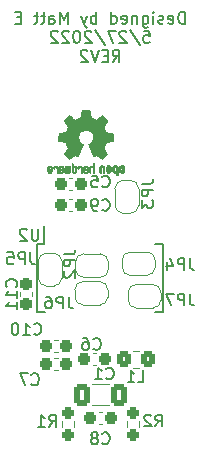
<source format=gbo>
G04 #@! TF.GenerationSoftware,KiCad,Pcbnew,(6.0.0)*
G04 #@! TF.CreationDate,2022-05-28T20:38:18-06:00*
G04 #@! TF.ProjectId,usb_to_serial,7573625f-746f-45f7-9365-7269616c2e6b,2*
G04 #@! TF.SameCoordinates,Original*
G04 #@! TF.FileFunction,Legend,Bot*
G04 #@! TF.FilePolarity,Positive*
%FSLAX46Y46*%
G04 Gerber Fmt 4.6, Leading zero omitted, Abs format (unit mm)*
G04 Created by KiCad (PCBNEW (6.0.0)) date 2022-05-28 20:38:18*
%MOMM*%
%LPD*%
G01*
G04 APERTURE LIST*
G04 Aperture macros list*
%AMRoundRect*
0 Rectangle with rounded corners*
0 $1 Rounding radius*
0 $2 $3 $4 $5 $6 $7 $8 $9 X,Y pos of 4 corners*
0 Add a 4 corners polygon primitive as box body*
4,1,4,$2,$3,$4,$5,$6,$7,$8,$9,$2,$3,0*
0 Add four circle primitives for the rounded corners*
1,1,$1+$1,$2,$3*
1,1,$1+$1,$4,$5*
1,1,$1+$1,$6,$7*
1,1,$1+$1,$8,$9*
0 Add four rect primitives between the rounded corners*
20,1,$1+$1,$2,$3,$4,$5,0*
20,1,$1+$1,$4,$5,$6,$7,0*
20,1,$1+$1,$6,$7,$8,$9,0*
20,1,$1+$1,$8,$9,$2,$3,0*%
%AMFreePoly0*
4,1,22,0.500000,-0.750000,0.000000,-0.750000,0.000000,-0.745033,-0.079941,-0.743568,-0.215256,-0.701293,-0.333266,-0.622738,-0.424486,-0.514219,-0.481581,-0.384460,-0.499164,-0.250000,-0.500000,-0.250000,-0.500000,0.250000,-0.499164,0.250000,-0.499963,0.256109,-0.478152,0.396186,-0.417904,0.524511,-0.324060,0.630769,-0.204165,0.706417,-0.067858,0.745374,0.000000,0.744959,0.000000,0.750000,
0.500000,0.750000,0.500000,-0.750000,0.500000,-0.750000,$1*%
%AMFreePoly1*
4,1,20,0.000000,0.744959,0.073905,0.744508,0.209726,0.703889,0.328688,0.626782,0.421226,0.519385,0.479903,0.390333,0.500000,0.250000,0.500000,-0.250000,0.499851,-0.262216,0.476331,-0.402017,0.414519,-0.529596,0.319384,-0.634700,0.198574,-0.708877,0.061801,-0.746166,0.000000,-0.745033,0.000000,-0.750000,-0.500000,-0.750000,-0.500000,0.750000,0.000000,0.750000,0.000000,0.744959,
0.000000,0.744959,$1*%
G04 Aperture macros list end*
%ADD10C,0.150000*%
%ADD11C,0.120000*%
%ADD12C,0.010000*%
%ADD13C,3.250000*%
%ADD14R,1.500000X1.500000*%
%ADD15C,1.500000*%
%ADD16C,2.300000*%
%ADD17O,0.990600X1.803400*%
%ADD18O,0.990600X2.108200*%
%ADD19C,0.762000*%
%ADD20FreePoly0,0.000000*%
%ADD21FreePoly1,0.000000*%
%ADD22RoundRect,0.237500X-0.237500X0.250000X-0.237500X-0.250000X0.237500X-0.250000X0.237500X0.250000X0*%
%ADD23RoundRect,0.237500X-0.300000X-0.237500X0.300000X-0.237500X0.300000X0.237500X-0.300000X0.237500X0*%
%ADD24RoundRect,0.250000X0.412500X0.650000X-0.412500X0.650000X-0.412500X-0.650000X0.412500X-0.650000X0*%
%ADD25RoundRect,0.237500X0.300000X0.237500X-0.300000X0.237500X-0.300000X-0.237500X0.300000X-0.237500X0*%
%ADD26RoundRect,0.250000X-0.325000X-0.450000X0.325000X-0.450000X0.325000X0.450000X-0.325000X0.450000X0*%
%ADD27FreePoly0,180.000000*%
%ADD28FreePoly1,180.000000*%
%ADD29FreePoly0,90.000000*%
%ADD30FreePoly1,90.000000*%
%ADD31R,0.450000X1.750000*%
%ADD32RoundRect,0.237500X0.237500X-0.300000X0.237500X0.300000X-0.237500X0.300000X-0.237500X-0.300000X0*%
G04 APERTURE END LIST*
D10*
X142920976Y-94500252D02*
X142920976Y-93500252D01*
X142682880Y-93500252D01*
X142540023Y-93547872D01*
X142444785Y-93643110D01*
X142397166Y-93738348D01*
X142349547Y-93928824D01*
X142349547Y-94071681D01*
X142397166Y-94262157D01*
X142444785Y-94357395D01*
X142540023Y-94452633D01*
X142682880Y-94500252D01*
X142920976Y-94500252D01*
X141540023Y-94452633D02*
X141635261Y-94500252D01*
X141825738Y-94500252D01*
X141920976Y-94452633D01*
X141968595Y-94357395D01*
X141968595Y-93976443D01*
X141920976Y-93881205D01*
X141825738Y-93833586D01*
X141635261Y-93833586D01*
X141540023Y-93881205D01*
X141492404Y-93976443D01*
X141492404Y-94071681D01*
X141968595Y-94166919D01*
X141111452Y-94452633D02*
X141016214Y-94500252D01*
X140825738Y-94500252D01*
X140730499Y-94452633D01*
X140682880Y-94357395D01*
X140682880Y-94309776D01*
X140730499Y-94214538D01*
X140825738Y-94166919D01*
X140968595Y-94166919D01*
X141063833Y-94119300D01*
X141111452Y-94024062D01*
X141111452Y-93976443D01*
X141063833Y-93881205D01*
X140968595Y-93833586D01*
X140825738Y-93833586D01*
X140730499Y-93881205D01*
X140254309Y-94500252D02*
X140254309Y-93833586D01*
X140254309Y-93500252D02*
X140301928Y-93547872D01*
X140254309Y-93595491D01*
X140206690Y-93547872D01*
X140254309Y-93500252D01*
X140254309Y-93595491D01*
X139349547Y-93833586D02*
X139349547Y-94643110D01*
X139397166Y-94738348D01*
X139444785Y-94785967D01*
X139540023Y-94833586D01*
X139682880Y-94833586D01*
X139778119Y-94785967D01*
X139349547Y-94452633D02*
X139444785Y-94500252D01*
X139635261Y-94500252D01*
X139730499Y-94452633D01*
X139778119Y-94405014D01*
X139825738Y-94309776D01*
X139825738Y-94024062D01*
X139778119Y-93928824D01*
X139730499Y-93881205D01*
X139635261Y-93833586D01*
X139444785Y-93833586D01*
X139349547Y-93881205D01*
X138873357Y-93833586D02*
X138873357Y-94500252D01*
X138873357Y-93928824D02*
X138825738Y-93881205D01*
X138730499Y-93833586D01*
X138587642Y-93833586D01*
X138492404Y-93881205D01*
X138444785Y-93976443D01*
X138444785Y-94500252D01*
X137587642Y-94452633D02*
X137682880Y-94500252D01*
X137873357Y-94500252D01*
X137968595Y-94452633D01*
X138016214Y-94357395D01*
X138016214Y-93976443D01*
X137968595Y-93881205D01*
X137873357Y-93833586D01*
X137682880Y-93833586D01*
X137587642Y-93881205D01*
X137540023Y-93976443D01*
X137540023Y-94071681D01*
X138016214Y-94166919D01*
X136682880Y-94500252D02*
X136682880Y-93500252D01*
X136682880Y-94452633D02*
X136778119Y-94500252D01*
X136968595Y-94500252D01*
X137063833Y-94452633D01*
X137111452Y-94405014D01*
X137159071Y-94309776D01*
X137159071Y-94024062D01*
X137111452Y-93928824D01*
X137063833Y-93881205D01*
X136968595Y-93833586D01*
X136778119Y-93833586D01*
X136682880Y-93881205D01*
X135444785Y-94500252D02*
X135444785Y-93500252D01*
X135444785Y-93881205D02*
X135349547Y-93833586D01*
X135159071Y-93833586D01*
X135063833Y-93881205D01*
X135016214Y-93928824D01*
X134968595Y-94024062D01*
X134968595Y-94309776D01*
X135016214Y-94405014D01*
X135063833Y-94452633D01*
X135159071Y-94500252D01*
X135349547Y-94500252D01*
X135444785Y-94452633D01*
X134635261Y-93833586D02*
X134397166Y-94500252D01*
X134159071Y-93833586D02*
X134397166Y-94500252D01*
X134492404Y-94738348D01*
X134540023Y-94785967D01*
X134635261Y-94833586D01*
X133016214Y-94500252D02*
X133016214Y-93500252D01*
X132682880Y-94214538D01*
X132349547Y-93500252D01*
X132349547Y-94500252D01*
X131444785Y-94500252D02*
X131444785Y-93976443D01*
X131492404Y-93881205D01*
X131587642Y-93833586D01*
X131778119Y-93833586D01*
X131873357Y-93881205D01*
X131444785Y-94452633D02*
X131540023Y-94500252D01*
X131778119Y-94500252D01*
X131873357Y-94452633D01*
X131920976Y-94357395D01*
X131920976Y-94262157D01*
X131873357Y-94166919D01*
X131778119Y-94119300D01*
X131540023Y-94119300D01*
X131444785Y-94071681D01*
X131111452Y-93833586D02*
X130730499Y-93833586D01*
X130968595Y-93500252D02*
X130968595Y-94357395D01*
X130920976Y-94452633D01*
X130825738Y-94500252D01*
X130730499Y-94500252D01*
X130540023Y-93833586D02*
X130159071Y-93833586D01*
X130397166Y-93500252D02*
X130397166Y-94357395D01*
X130349547Y-94452633D01*
X130254309Y-94500252D01*
X130159071Y-94500252D01*
X129063833Y-93976443D02*
X128730499Y-93976443D01*
X128587642Y-94500252D02*
X129063833Y-94500252D01*
X129063833Y-93500252D01*
X128587642Y-93500252D01*
X139444785Y-95110252D02*
X139920976Y-95110252D01*
X139968595Y-95586443D01*
X139920976Y-95538824D01*
X139825738Y-95491205D01*
X139587642Y-95491205D01*
X139492404Y-95538824D01*
X139444785Y-95586443D01*
X139397166Y-95681681D01*
X139397166Y-95919776D01*
X139444785Y-96015014D01*
X139492404Y-96062633D01*
X139587642Y-96110252D01*
X139825738Y-96110252D01*
X139920976Y-96062633D01*
X139968595Y-96015014D01*
X138254309Y-95062633D02*
X139111452Y-96348348D01*
X137968595Y-95205491D02*
X137920976Y-95157872D01*
X137825738Y-95110252D01*
X137587642Y-95110252D01*
X137492404Y-95157872D01*
X137444785Y-95205491D01*
X137397166Y-95300729D01*
X137397166Y-95395967D01*
X137444785Y-95538824D01*
X138016214Y-96110252D01*
X137397166Y-96110252D01*
X137063833Y-95110252D02*
X136397166Y-95110252D01*
X136825738Y-96110252D01*
X135301928Y-95062633D02*
X136159071Y-96348348D01*
X135016214Y-95205491D02*
X134968595Y-95157872D01*
X134873357Y-95110252D01*
X134635261Y-95110252D01*
X134540023Y-95157872D01*
X134492404Y-95205491D01*
X134444785Y-95300729D01*
X134444785Y-95395967D01*
X134492404Y-95538824D01*
X135063833Y-96110252D01*
X134444785Y-96110252D01*
X133825738Y-95110252D02*
X133730499Y-95110252D01*
X133635261Y-95157872D01*
X133587642Y-95205491D01*
X133540023Y-95300729D01*
X133492404Y-95491205D01*
X133492404Y-95729300D01*
X133540023Y-95919776D01*
X133587642Y-96015014D01*
X133635261Y-96062633D01*
X133730499Y-96110252D01*
X133825738Y-96110252D01*
X133920976Y-96062633D01*
X133968595Y-96015014D01*
X134016214Y-95919776D01*
X134063833Y-95729300D01*
X134063833Y-95491205D01*
X134016214Y-95300729D01*
X133968595Y-95205491D01*
X133920976Y-95157872D01*
X133825738Y-95110252D01*
X133111452Y-95205491D02*
X133063833Y-95157872D01*
X132968595Y-95110252D01*
X132730499Y-95110252D01*
X132635261Y-95157872D01*
X132587642Y-95205491D01*
X132540023Y-95300729D01*
X132540023Y-95395967D01*
X132587642Y-95538824D01*
X133159071Y-96110252D01*
X132540023Y-96110252D01*
X132159071Y-95205491D02*
X132111452Y-95157872D01*
X132016214Y-95110252D01*
X131778118Y-95110252D01*
X131682880Y-95157872D01*
X131635261Y-95205491D01*
X131587642Y-95300729D01*
X131587642Y-95395967D01*
X131635261Y-95538824D01*
X132206690Y-96110252D01*
X131587642Y-96110252D01*
X136825738Y-97720252D02*
X137159071Y-97244062D01*
X137397166Y-97720252D02*
X137397166Y-96720252D01*
X137016214Y-96720252D01*
X136920976Y-96767872D01*
X136873357Y-96815491D01*
X136825738Y-96910729D01*
X136825738Y-97053586D01*
X136873357Y-97148824D01*
X136920976Y-97196443D01*
X137016214Y-97244062D01*
X137397166Y-97244062D01*
X136397166Y-97196443D02*
X136063833Y-97196443D01*
X135920976Y-97720252D02*
X136397166Y-97720252D01*
X136397166Y-96720252D01*
X135920976Y-96720252D01*
X135635261Y-96720252D02*
X135301928Y-97720252D01*
X134968595Y-96720252D01*
X134682880Y-96815491D02*
X134635261Y-96767872D01*
X134540023Y-96720252D01*
X134301928Y-96720252D01*
X134206690Y-96767872D01*
X134159071Y-96815491D01*
X134111452Y-96910729D01*
X134111452Y-97005967D01*
X134159071Y-97148824D01*
X134730499Y-97720252D01*
X134111452Y-97720252D01*
X143361452Y-117360252D02*
X143361452Y-118074538D01*
X143409071Y-118217395D01*
X143504309Y-118312633D01*
X143647166Y-118360252D01*
X143742404Y-118360252D01*
X142885261Y-118360252D02*
X142885261Y-117360252D01*
X142504309Y-117360252D01*
X142409071Y-117407872D01*
X142361452Y-117455491D01*
X142313833Y-117550729D01*
X142313833Y-117693586D01*
X142361452Y-117788824D01*
X142409071Y-117836443D01*
X142504309Y-117884062D01*
X142885261Y-117884062D01*
X141980499Y-117360252D02*
X141313833Y-117360252D01*
X141742404Y-118360252D01*
X131444785Y-128610252D02*
X131778119Y-128134062D01*
X132016214Y-128610252D02*
X132016214Y-127610252D01*
X131635261Y-127610252D01*
X131540023Y-127657872D01*
X131492404Y-127705491D01*
X131444785Y-127800729D01*
X131444785Y-127943586D01*
X131492404Y-128038824D01*
X131540023Y-128086443D01*
X131635261Y-128134062D01*
X132016214Y-128134062D01*
X130492404Y-128610252D02*
X131063833Y-128610252D01*
X130778119Y-128610252D02*
X130778119Y-127610252D01*
X130873357Y-127753110D01*
X130968595Y-127848348D01*
X131063833Y-127895967D01*
X135944785Y-108265014D02*
X135992404Y-108312633D01*
X136135261Y-108360252D01*
X136230499Y-108360252D01*
X136373357Y-108312633D01*
X136468595Y-108217395D01*
X136516214Y-108122157D01*
X136563833Y-107931681D01*
X136563833Y-107788824D01*
X136516214Y-107598348D01*
X136468595Y-107503110D01*
X136373357Y-107407872D01*
X136230499Y-107360252D01*
X136135261Y-107360252D01*
X135992404Y-107407872D01*
X135944785Y-107455491D01*
X135040023Y-107360252D02*
X135516214Y-107360252D01*
X135563833Y-107836443D01*
X135516214Y-107788824D01*
X135420976Y-107741205D01*
X135182880Y-107741205D01*
X135087642Y-107788824D01*
X135040023Y-107836443D01*
X134992404Y-107931681D01*
X134992404Y-108169776D01*
X135040023Y-108265014D01*
X135087642Y-108312633D01*
X135182880Y-108360252D01*
X135420976Y-108360252D01*
X135516214Y-108312633D01*
X135563833Y-108265014D01*
X136274276Y-124526663D02*
X136321895Y-124574282D01*
X136464752Y-124621901D01*
X136559990Y-124621901D01*
X136702848Y-124574282D01*
X136798086Y-124479044D01*
X136845705Y-124383806D01*
X136893324Y-124193330D01*
X136893324Y-124050473D01*
X136845705Y-123859997D01*
X136798086Y-123764759D01*
X136702848Y-123669521D01*
X136559990Y-123621901D01*
X136464752Y-123621901D01*
X136321895Y-123669521D01*
X136274276Y-123717140D01*
X135321895Y-124621901D02*
X135893324Y-124621901D01*
X135607610Y-124621901D02*
X135607610Y-123621901D01*
X135702848Y-123764759D01*
X135798086Y-123859997D01*
X135893324Y-123907616D01*
X135944785Y-130015014D02*
X135992404Y-130062633D01*
X136135261Y-130110252D01*
X136230499Y-130110252D01*
X136373357Y-130062633D01*
X136468595Y-129967395D01*
X136516214Y-129872157D01*
X136563833Y-129681681D01*
X136563833Y-129538824D01*
X136516214Y-129348348D01*
X136468595Y-129253110D01*
X136373357Y-129157872D01*
X136230499Y-129110252D01*
X136135261Y-129110252D01*
X135992404Y-129157872D01*
X135944785Y-129205491D01*
X135373357Y-129538824D02*
X135468595Y-129491205D01*
X135516214Y-129443586D01*
X135563833Y-129348348D01*
X135563833Y-129300729D01*
X135516214Y-129205491D01*
X135468595Y-129157872D01*
X135373357Y-129110252D01*
X135182880Y-129110252D01*
X135087642Y-129157872D01*
X135040023Y-129205491D01*
X134992404Y-129300729D01*
X134992404Y-129348348D01*
X135040023Y-129443586D01*
X135087642Y-129491205D01*
X135182880Y-129538824D01*
X135373357Y-129538824D01*
X135468595Y-129586443D01*
X135516214Y-129634062D01*
X135563833Y-129729300D01*
X135563833Y-129919776D01*
X135516214Y-130015014D01*
X135468595Y-130062633D01*
X135373357Y-130110252D01*
X135182880Y-130110252D01*
X135087642Y-130062633D01*
X135040023Y-130015014D01*
X134992404Y-129919776D01*
X134992404Y-129729300D01*
X135040023Y-129634062D01*
X135087642Y-129586443D01*
X135182880Y-129538824D01*
X135944785Y-110265014D02*
X135992404Y-110312633D01*
X136135261Y-110360252D01*
X136230499Y-110360252D01*
X136373357Y-110312633D01*
X136468595Y-110217395D01*
X136516214Y-110122157D01*
X136563833Y-109931681D01*
X136563833Y-109788824D01*
X136516214Y-109598348D01*
X136468595Y-109503110D01*
X136373357Y-109407872D01*
X136230499Y-109360252D01*
X136135261Y-109360252D01*
X135992404Y-109407872D01*
X135944785Y-109455491D01*
X135468595Y-110360252D02*
X135278119Y-110360252D01*
X135182880Y-110312633D01*
X135135261Y-110265014D01*
X135040023Y-110122157D01*
X134992404Y-109931681D01*
X134992404Y-109550729D01*
X135040023Y-109455491D01*
X135087642Y-109407872D01*
X135182880Y-109360252D01*
X135373357Y-109360252D01*
X135468595Y-109407872D01*
X135516214Y-109455491D01*
X135563833Y-109550729D01*
X135563833Y-109788824D01*
X135516214Y-109884062D01*
X135468595Y-109931681D01*
X135373357Y-109979300D01*
X135182880Y-109979300D01*
X135087642Y-109931681D01*
X135040023Y-109884062D01*
X134992404Y-109788824D01*
X138944785Y-124860252D02*
X139420976Y-124860252D01*
X139420976Y-123860252D01*
X138087642Y-124860252D02*
X138659071Y-124860252D01*
X138373357Y-124860252D02*
X138373357Y-123860252D01*
X138468595Y-124003110D01*
X138563833Y-124098348D01*
X138659071Y-124145967D01*
X133111452Y-117610252D02*
X133111452Y-118324538D01*
X133159071Y-118467395D01*
X133254309Y-118562633D01*
X133397166Y-118610252D01*
X133492404Y-118610252D01*
X132635261Y-118610252D02*
X132635261Y-117610252D01*
X132254309Y-117610252D01*
X132159071Y-117657872D01*
X132111452Y-117705491D01*
X132063833Y-117800729D01*
X132063833Y-117943586D01*
X132111452Y-118038824D01*
X132159071Y-118086443D01*
X132254309Y-118134062D01*
X132635261Y-118134062D01*
X131206690Y-117610252D02*
X131397166Y-117610252D01*
X131492404Y-117657872D01*
X131540023Y-117705491D01*
X131635261Y-117848348D01*
X131682880Y-118038824D01*
X131682880Y-118419776D01*
X131635261Y-118515014D01*
X131587642Y-118562633D01*
X131492404Y-118610252D01*
X131301928Y-118610252D01*
X131206690Y-118562633D01*
X131159071Y-118515014D01*
X131111452Y-118419776D01*
X131111452Y-118181681D01*
X131159071Y-118086443D01*
X131206690Y-118038824D01*
X131301928Y-117991205D01*
X131492404Y-117991205D01*
X131587642Y-118038824D01*
X131635261Y-118086443D01*
X131682880Y-118181681D01*
X129861452Y-113860252D02*
X129861452Y-114574538D01*
X129909071Y-114717395D01*
X130004309Y-114812633D01*
X130147166Y-114860252D01*
X130242404Y-114860252D01*
X129385261Y-114860252D02*
X129385261Y-113860252D01*
X129004309Y-113860252D01*
X128909071Y-113907872D01*
X128861452Y-113955491D01*
X128813833Y-114050729D01*
X128813833Y-114193586D01*
X128861452Y-114288824D01*
X128909071Y-114336443D01*
X129004309Y-114384062D01*
X129385261Y-114384062D01*
X127909071Y-113860252D02*
X128385261Y-113860252D01*
X128432880Y-114336443D01*
X128385261Y-114288824D01*
X128290023Y-114241205D01*
X128051928Y-114241205D01*
X127956690Y-114288824D01*
X127909071Y-114336443D01*
X127861452Y-114431681D01*
X127861452Y-114669776D01*
X127909071Y-114765014D01*
X127956690Y-114812633D01*
X128051928Y-114860252D01*
X128290023Y-114860252D01*
X128385261Y-114812633D01*
X128432880Y-114765014D01*
X139270499Y-108074538D02*
X139984785Y-108074538D01*
X140127642Y-108026919D01*
X140222880Y-107931681D01*
X140270499Y-107788824D01*
X140270499Y-107693586D01*
X140270499Y-108550729D02*
X139270499Y-108550729D01*
X139270499Y-108931681D01*
X139318119Y-109026919D01*
X139365738Y-109074538D01*
X139460976Y-109122157D01*
X139603833Y-109122157D01*
X139699071Y-109074538D01*
X139746690Y-109026919D01*
X139794309Y-108931681D01*
X139794309Y-108550729D01*
X139270499Y-109455491D02*
X139270499Y-110074538D01*
X139651452Y-109741205D01*
X139651452Y-109884062D01*
X139699071Y-109979300D01*
X139746690Y-110026919D01*
X139841928Y-110074538D01*
X140080023Y-110074538D01*
X140175261Y-110026919D01*
X140222880Y-109979300D01*
X140270499Y-109884062D01*
X140270499Y-109598348D01*
X140222880Y-109503110D01*
X140175261Y-109455491D01*
X143361452Y-114360252D02*
X143361452Y-115074538D01*
X143409071Y-115217395D01*
X143504309Y-115312633D01*
X143647166Y-115360252D01*
X143742404Y-115360252D01*
X142885261Y-115360252D02*
X142885261Y-114360252D01*
X142504309Y-114360252D01*
X142409071Y-114407872D01*
X142361452Y-114455491D01*
X142313833Y-114550729D01*
X142313833Y-114693586D01*
X142361452Y-114788824D01*
X142409071Y-114836443D01*
X142504309Y-114884062D01*
X142885261Y-114884062D01*
X141456690Y-114693586D02*
X141456690Y-115360252D01*
X141694785Y-114312633D02*
X141932880Y-115026919D01*
X141313833Y-115026919D01*
X130170976Y-120765014D02*
X130218595Y-120812633D01*
X130361452Y-120860252D01*
X130456690Y-120860252D01*
X130599547Y-120812633D01*
X130694785Y-120717395D01*
X130742404Y-120622157D01*
X130790023Y-120431681D01*
X130790023Y-120288824D01*
X130742404Y-120098348D01*
X130694785Y-120003110D01*
X130599547Y-119907872D01*
X130456690Y-119860252D01*
X130361452Y-119860252D01*
X130218595Y-119907872D01*
X130170976Y-119955491D01*
X129218595Y-120860252D02*
X129790023Y-120860252D01*
X129504309Y-120860252D02*
X129504309Y-119860252D01*
X129599547Y-120003110D01*
X129694785Y-120098348D01*
X129790023Y-120145967D01*
X128599547Y-119860252D02*
X128504309Y-119860252D01*
X128409071Y-119907872D01*
X128361452Y-119955491D01*
X128313833Y-120050729D01*
X128266214Y-120241205D01*
X128266214Y-120479300D01*
X128313833Y-120669776D01*
X128361452Y-120765014D01*
X128409071Y-120812633D01*
X128504309Y-120860252D01*
X128599547Y-120860252D01*
X128694785Y-120812633D01*
X128742404Y-120765014D01*
X128790023Y-120669776D01*
X128837642Y-120479300D01*
X128837642Y-120241205D01*
X128790023Y-120050729D01*
X128742404Y-119955491D01*
X128694785Y-119907872D01*
X128599547Y-119860252D01*
X129944785Y-125015014D02*
X129992404Y-125062633D01*
X130135261Y-125110252D01*
X130230499Y-125110252D01*
X130373357Y-125062633D01*
X130468595Y-124967395D01*
X130516214Y-124872157D01*
X130563833Y-124681681D01*
X130563833Y-124538824D01*
X130516214Y-124348348D01*
X130468595Y-124253110D01*
X130373357Y-124157872D01*
X130230499Y-124110252D01*
X130135261Y-124110252D01*
X129992404Y-124157872D01*
X129944785Y-124205491D01*
X129611452Y-124110252D02*
X128944785Y-124110252D01*
X129373357Y-125110252D01*
X135194785Y-122015014D02*
X135242404Y-122062633D01*
X135385261Y-122110252D01*
X135480499Y-122110252D01*
X135623357Y-122062633D01*
X135718595Y-121967395D01*
X135766214Y-121872157D01*
X135813833Y-121681681D01*
X135813833Y-121538824D01*
X135766214Y-121348348D01*
X135718595Y-121253110D01*
X135623357Y-121157872D01*
X135480499Y-121110252D01*
X135385261Y-121110252D01*
X135242404Y-121157872D01*
X135194785Y-121205491D01*
X134337642Y-121110252D02*
X134528119Y-121110252D01*
X134623357Y-121157872D01*
X134670976Y-121205491D01*
X134766214Y-121348348D01*
X134813833Y-121538824D01*
X134813833Y-121919776D01*
X134766214Y-122015014D01*
X134718595Y-122062633D01*
X134623357Y-122110252D01*
X134432880Y-122110252D01*
X134337642Y-122062633D01*
X134290023Y-122015014D01*
X134242404Y-121919776D01*
X134242404Y-121681681D01*
X134290023Y-121586443D01*
X134337642Y-121538824D01*
X134432880Y-121491205D01*
X134623357Y-121491205D01*
X134718595Y-121538824D01*
X134766214Y-121586443D01*
X134813833Y-121681681D01*
X130540023Y-111860252D02*
X130540023Y-112669776D01*
X130492404Y-112765014D01*
X130444785Y-112812633D01*
X130349547Y-112860252D01*
X130159071Y-112860252D01*
X130063833Y-112812633D01*
X130016214Y-112765014D01*
X129968595Y-112669776D01*
X129968595Y-111860252D01*
X129540023Y-111955491D02*
X129492404Y-111907872D01*
X129397166Y-111860252D01*
X129159071Y-111860252D01*
X129063833Y-111907872D01*
X129016214Y-111955491D01*
X128968595Y-112050729D01*
X128968595Y-112145967D01*
X129016214Y-112288824D01*
X129587642Y-112860252D01*
X128968595Y-112860252D01*
X140444785Y-128605528D02*
X140778119Y-128129338D01*
X141016214Y-128605528D02*
X141016214Y-127605528D01*
X140635261Y-127605528D01*
X140540023Y-127653148D01*
X140492404Y-127700767D01*
X140444785Y-127796005D01*
X140444785Y-127938862D01*
X140492404Y-128034100D01*
X140540023Y-128081719D01*
X140635261Y-128129338D01*
X141016214Y-128129338D01*
X140063833Y-127700767D02*
X140016214Y-127653148D01*
X139920976Y-127605528D01*
X139682880Y-127605528D01*
X139587642Y-127653148D01*
X139540023Y-127700767D01*
X139492404Y-127796005D01*
X139492404Y-127891243D01*
X139540023Y-128034100D01*
X140111452Y-128605528D01*
X139492404Y-128605528D01*
X128665974Y-116771437D02*
X128713593Y-116723818D01*
X128761212Y-116580961D01*
X128761212Y-116485723D01*
X128713593Y-116342866D01*
X128618355Y-116247628D01*
X128523117Y-116200009D01*
X128332641Y-116152390D01*
X128189784Y-116152390D01*
X127999308Y-116200009D01*
X127904070Y-116247628D01*
X127808832Y-116342866D01*
X127761212Y-116485723D01*
X127761212Y-116580961D01*
X127808832Y-116723818D01*
X127856451Y-116771437D01*
X128761212Y-117723818D02*
X128761212Y-117152390D01*
X128761212Y-117438104D02*
X127761212Y-117438104D01*
X127904070Y-117342866D01*
X127999308Y-117247628D01*
X128046927Y-117152390D01*
X128761212Y-118676199D02*
X128761212Y-118104771D01*
X128761212Y-118390485D02*
X127761212Y-118390485D01*
X127904070Y-118295247D01*
X127999308Y-118200009D01*
X128046927Y-118104771D01*
X132660094Y-114009766D02*
X133374380Y-114009766D01*
X133517237Y-113962147D01*
X133612475Y-113866909D01*
X133660094Y-113724052D01*
X133660094Y-113628814D01*
X133660094Y-114485957D02*
X132660094Y-114485957D01*
X132660094Y-114866909D01*
X132707714Y-114962147D01*
X132755333Y-115009766D01*
X132850571Y-115057385D01*
X132993428Y-115057385D01*
X133088666Y-115009766D01*
X133136285Y-114962147D01*
X133183904Y-114866909D01*
X133183904Y-114485957D01*
X132755333Y-115438338D02*
X132707714Y-115485957D01*
X132660094Y-115581195D01*
X132660094Y-115819290D01*
X132707714Y-115914528D01*
X132755333Y-115962147D01*
X132850571Y-116009766D01*
X132945809Y-116009766D01*
X133088666Y-115962147D01*
X133660094Y-115390719D01*
X133660094Y-116009766D01*
D11*
X140218119Y-116572504D02*
X138818119Y-116572504D01*
X140918119Y-117872504D02*
X140918119Y-117272504D01*
X138818119Y-118572504D02*
X140218119Y-118572504D01*
X138118119Y-117272504D02*
X138118119Y-117872504D01*
X138118119Y-117872504D02*
G75*
G03*
X138818119Y-118572504I699999J-1D01*
G01*
X140218119Y-118572504D02*
G75*
G03*
X140918119Y-117872504I1J699999D01*
G01*
X138818119Y-116572504D02*
G75*
G03*
X138118119Y-117272504I-1J-699999D01*
G01*
X140918119Y-117272504D02*
G75*
G03*
X140218119Y-116572504I-699999J1D01*
G01*
X132505619Y-128153148D02*
X132505619Y-128662596D01*
X133550619Y-128153148D02*
X133550619Y-128662596D01*
X133121852Y-108582504D02*
X133414386Y-108582504D01*
X133121852Y-107562504D02*
X133414386Y-107562504D01*
D12*
X136928374Y-106494584D02*
X136872917Y-106522234D01*
X136872917Y-106522234D02*
X136823970Y-106573146D01*
X136823970Y-106573146D02*
X136810489Y-106592004D01*
X136810489Y-106592004D02*
X136795804Y-106616681D01*
X136795804Y-106616681D02*
X136786276Y-106643482D01*
X136786276Y-106643482D02*
X136780825Y-106679253D01*
X136780825Y-106679253D02*
X136778371Y-106730835D01*
X136778371Y-106730835D02*
X136777832Y-106798933D01*
X136777832Y-106798933D02*
X136780266Y-106892254D01*
X136780266Y-106892254D02*
X136788724Y-106962323D01*
X136788724Y-106962323D02*
X136804944Y-107014597D01*
X136804944Y-107014597D02*
X136830664Y-107054535D01*
X136830664Y-107054535D02*
X136867621Y-107087595D01*
X136867621Y-107087595D02*
X136870336Y-107089552D01*
X136870336Y-107089552D02*
X136906758Y-107109574D01*
X136906758Y-107109574D02*
X136950616Y-107119481D01*
X136950616Y-107119481D02*
X137006394Y-107121923D01*
X137006394Y-107121923D02*
X137097070Y-107121923D01*
X137097070Y-107121923D02*
X137097108Y-107209949D01*
X137097108Y-107209949D02*
X137097952Y-107258974D01*
X137097952Y-107258974D02*
X137103094Y-107287731D01*
X137103094Y-107287731D02*
X137116531Y-107304977D01*
X137116531Y-107304977D02*
X137142260Y-107319474D01*
X137142260Y-107319474D02*
X137148439Y-107322435D01*
X137148439Y-107322435D02*
X137177354Y-107336314D01*
X137177354Y-107336314D02*
X137199742Y-107345080D01*
X137199742Y-107345080D02*
X137216389Y-107345837D01*
X137216389Y-107345837D02*
X137228082Y-107335689D01*
X137228082Y-107335689D02*
X137235608Y-107311739D01*
X137235608Y-107311739D02*
X137239752Y-107271092D01*
X137239752Y-107271092D02*
X137241303Y-107210852D01*
X137241303Y-107210852D02*
X137241047Y-107128121D01*
X137241047Y-107128121D02*
X137239769Y-107020005D01*
X137239769Y-107020005D02*
X137239370Y-106987666D01*
X137239370Y-106987666D02*
X137237933Y-106876190D01*
X137237933Y-106876190D02*
X137236646Y-106803269D01*
X137236646Y-106803269D02*
X137097147Y-106803269D01*
X137097147Y-106803269D02*
X137096363Y-106865165D01*
X137096363Y-106865165D02*
X137092878Y-106905663D01*
X137092878Y-106905663D02*
X137084994Y-106932374D01*
X137084994Y-106932374D02*
X137071013Y-106952910D01*
X137071013Y-106952910D02*
X137061521Y-106962926D01*
X137061521Y-106962926D02*
X137022714Y-106992233D01*
X137022714Y-106992233D02*
X136988355Y-106994618D01*
X136988355Y-106994618D02*
X136952902Y-106970416D01*
X136952902Y-106970416D02*
X136952004Y-106969523D01*
X136952004Y-106969523D02*
X136937579Y-106950819D01*
X136937579Y-106950819D02*
X136928805Y-106925398D01*
X136928805Y-106925398D02*
X136924379Y-106886250D01*
X136924379Y-106886250D02*
X136923000Y-106826363D01*
X136923000Y-106826363D02*
X136922975Y-106813096D01*
X136922975Y-106813096D02*
X136926306Y-106730567D01*
X136926306Y-106730567D02*
X136937149Y-106673357D01*
X136937149Y-106673357D02*
X136956778Y-106638432D01*
X136956778Y-106638432D02*
X136986468Y-106622760D01*
X136986468Y-106622760D02*
X137003627Y-106621180D01*
X137003627Y-106621180D02*
X137044352Y-106628592D01*
X137044352Y-106628592D02*
X137072286Y-106652996D01*
X137072286Y-106652996D02*
X137089101Y-106697646D01*
X137089101Y-106697646D02*
X137096468Y-106765796D01*
X137096468Y-106765796D02*
X137097147Y-106803269D01*
X137097147Y-106803269D02*
X137236646Y-106803269D01*
X137236646Y-106803269D02*
X137236410Y-106789911D01*
X137236410Y-106789911D02*
X137234441Y-106724999D01*
X137234441Y-106724999D02*
X137231668Y-106677624D01*
X137231668Y-106677624D02*
X137227730Y-106643956D01*
X137227730Y-106643956D02*
X137222269Y-106620164D01*
X137222269Y-106620164D02*
X137214926Y-106602419D01*
X137214926Y-106602419D02*
X137205341Y-106586890D01*
X137205341Y-106586890D02*
X137201231Y-106581047D01*
X137201231Y-106581047D02*
X137146713Y-106525851D01*
X137146713Y-106525851D02*
X137077782Y-106494556D01*
X137077782Y-106494556D02*
X136998046Y-106485831D01*
X136998046Y-106485831D02*
X136928374Y-106494584D01*
X136928374Y-106494584D02*
X136928374Y-106494584D01*
G36*
X137239370Y-106987666D02*
G01*
X137239769Y-107020005D01*
X137241047Y-107128121D01*
X137241303Y-107210852D01*
X137239752Y-107271092D01*
X137235608Y-107311739D01*
X137228082Y-107335689D01*
X137216389Y-107345837D01*
X137199742Y-107345080D01*
X137177354Y-107336314D01*
X137148439Y-107322435D01*
X137142260Y-107319474D01*
X137116531Y-107304977D01*
X137103094Y-107287731D01*
X137097952Y-107258974D01*
X137097108Y-107209949D01*
X137097070Y-107121923D01*
X137006394Y-107121923D01*
X136950616Y-107119481D01*
X136906758Y-107109574D01*
X136870336Y-107089552D01*
X136867621Y-107087595D01*
X136830664Y-107054535D01*
X136804944Y-107014597D01*
X136788724Y-106962323D01*
X136780266Y-106892254D01*
X136778201Y-106813096D01*
X136922975Y-106813096D01*
X136923000Y-106826363D01*
X136924379Y-106886250D01*
X136928805Y-106925398D01*
X136937579Y-106950819D01*
X136952004Y-106969523D01*
X136952902Y-106970416D01*
X136988355Y-106994618D01*
X137022714Y-106992233D01*
X137061521Y-106962926D01*
X137071013Y-106952910D01*
X137084994Y-106932374D01*
X137092878Y-106905663D01*
X137096363Y-106865165D01*
X137097147Y-106803269D01*
X137096468Y-106765796D01*
X137089101Y-106697646D01*
X137072286Y-106652996D01*
X137044352Y-106628592D01*
X137003627Y-106621180D01*
X136986468Y-106622760D01*
X136956778Y-106638432D01*
X136937149Y-106673357D01*
X136926306Y-106730567D01*
X136922975Y-106813096D01*
X136778201Y-106813096D01*
X136777832Y-106798933D01*
X136778371Y-106730835D01*
X136780825Y-106679253D01*
X136786276Y-106643482D01*
X136795804Y-106616681D01*
X136810489Y-106592004D01*
X136823970Y-106573146D01*
X136872917Y-106522234D01*
X136928374Y-106494584D01*
X136998046Y-106485831D01*
X137077782Y-106494556D01*
X137146713Y-106525851D01*
X137201231Y-106581047D01*
X137205341Y-106586890D01*
X137214926Y-106602419D01*
X137222269Y-106620164D01*
X137227730Y-106643956D01*
X137231668Y-106677624D01*
X137234441Y-106724999D01*
X137236410Y-106789911D01*
X137236646Y-106803269D01*
X137237933Y-106876190D01*
X137239370Y-106987666D01*
G37*
X137239370Y-106987666D02*
X137239769Y-107020005D01*
X137241047Y-107128121D01*
X137241303Y-107210852D01*
X137239752Y-107271092D01*
X137235608Y-107311739D01*
X137228082Y-107335689D01*
X137216389Y-107345837D01*
X137199742Y-107345080D01*
X137177354Y-107336314D01*
X137148439Y-107322435D01*
X137142260Y-107319474D01*
X137116531Y-107304977D01*
X137103094Y-107287731D01*
X137097952Y-107258974D01*
X137097108Y-107209949D01*
X137097070Y-107121923D01*
X137006394Y-107121923D01*
X136950616Y-107119481D01*
X136906758Y-107109574D01*
X136870336Y-107089552D01*
X136867621Y-107087595D01*
X136830664Y-107054535D01*
X136804944Y-107014597D01*
X136788724Y-106962323D01*
X136780266Y-106892254D01*
X136778201Y-106813096D01*
X136922975Y-106813096D01*
X136923000Y-106826363D01*
X136924379Y-106886250D01*
X136928805Y-106925398D01*
X136937579Y-106950819D01*
X136952004Y-106969523D01*
X136952902Y-106970416D01*
X136988355Y-106994618D01*
X137022714Y-106992233D01*
X137061521Y-106962926D01*
X137071013Y-106952910D01*
X137084994Y-106932374D01*
X137092878Y-106905663D01*
X137096363Y-106865165D01*
X137097147Y-106803269D01*
X137096468Y-106765796D01*
X137089101Y-106697646D01*
X137072286Y-106652996D01*
X137044352Y-106628592D01*
X137003627Y-106621180D01*
X136986468Y-106622760D01*
X136956778Y-106638432D01*
X136937149Y-106673357D01*
X136926306Y-106730567D01*
X136922975Y-106813096D01*
X136778201Y-106813096D01*
X136777832Y-106798933D01*
X136778371Y-106730835D01*
X136780825Y-106679253D01*
X136786276Y-106643482D01*
X136795804Y-106616681D01*
X136810489Y-106592004D01*
X136823970Y-106573146D01*
X136872917Y-106522234D01*
X136928374Y-106494584D01*
X136998046Y-106485831D01*
X137077782Y-106494556D01*
X137146713Y-106525851D01*
X137201231Y-106581047D01*
X137205341Y-106586890D01*
X137214926Y-106602419D01*
X137222269Y-106620164D01*
X137227730Y-106643956D01*
X137231668Y-106677624D01*
X137234441Y-106724999D01*
X137236410Y-106789911D01*
X137236646Y-106803269D01*
X137237933Y-106876190D01*
X137239370Y-106987666D01*
X137487003Y-106496628D02*
X137418973Y-106532399D01*
X137418973Y-106532399D02*
X137368767Y-106589967D01*
X137368767Y-106589967D02*
X137350933Y-106626978D01*
X137350933Y-106626978D02*
X137337055Y-106682548D01*
X137337055Y-106682548D02*
X137329951Y-106752762D01*
X137329951Y-106752762D02*
X137329278Y-106829393D01*
X137329278Y-106829393D02*
X137334691Y-106904218D01*
X137334691Y-106904218D02*
X137345848Y-106969008D01*
X137345848Y-106969008D02*
X137362404Y-107015539D01*
X137362404Y-107015539D02*
X137367492Y-107023553D01*
X137367492Y-107023553D02*
X137427763Y-107083373D01*
X137427763Y-107083373D02*
X137499349Y-107119201D01*
X137499349Y-107119201D02*
X137577026Y-107129686D01*
X137577026Y-107129686D02*
X137655570Y-107113476D01*
X137655570Y-107113476D02*
X137677429Y-107103758D01*
X137677429Y-107103758D02*
X137719996Y-107073809D01*
X137719996Y-107073809D02*
X137757355Y-107034099D01*
X137757355Y-107034099D02*
X137760886Y-107029063D01*
X137760886Y-107029063D02*
X137775237Y-107004790D01*
X137775237Y-107004790D02*
X137784724Y-106978844D01*
X137784724Y-106978844D02*
X137790328Y-106944688D01*
X137790328Y-106944688D02*
X137793032Y-106895785D01*
X137793032Y-106895785D02*
X137793819Y-106825601D01*
X137793819Y-106825601D02*
X137793832Y-106809866D01*
X137793832Y-106809866D02*
X137793796Y-106804858D01*
X137793796Y-106804858D02*
X137648689Y-106804858D01*
X137648689Y-106804858D02*
X137647845Y-106871096D01*
X137647845Y-106871096D02*
X137644522Y-106915052D01*
X137644522Y-106915052D02*
X137637535Y-106943445D01*
X137637535Y-106943445D02*
X137625702Y-106962991D01*
X137625702Y-106962991D02*
X137619661Y-106969523D01*
X137619661Y-106969523D02*
X137584932Y-106994346D01*
X137584932Y-106994346D02*
X137551215Y-106993214D01*
X137551215Y-106993214D02*
X137517123Y-106971682D01*
X137517123Y-106971682D02*
X137496789Y-106948695D01*
X137496789Y-106948695D02*
X137484747Y-106915144D01*
X137484747Y-106915144D02*
X137477984Y-106862235D01*
X137477984Y-106862235D02*
X137477520Y-106856065D01*
X137477520Y-106856065D02*
X137476366Y-106760179D01*
X137476366Y-106760179D02*
X137488430Y-106688965D01*
X137488430Y-106688965D02*
X137513548Y-106642860D01*
X137513548Y-106642860D02*
X137551558Y-106622301D01*
X137551558Y-106622301D02*
X137565126Y-106621180D01*
X137565126Y-106621180D02*
X137600754Y-106626818D01*
X137600754Y-106626818D02*
X137625124Y-106646352D01*
X137625124Y-106646352D02*
X137640025Y-106683708D01*
X137640025Y-106683708D02*
X137647243Y-106742816D01*
X137647243Y-106742816D02*
X137648689Y-106804858D01*
X137648689Y-106804858D02*
X137793796Y-106804858D01*
X137793796Y-106804858D02*
X137793292Y-106735079D01*
X137793292Y-106735079D02*
X137791022Y-106682825D01*
X137791022Y-106682825D02*
X137786050Y-106646615D01*
X137786050Y-106646615D02*
X137777405Y-106619965D01*
X137777405Y-106619965D02*
X137764113Y-106596388D01*
X137764113Y-106596388D02*
X137761175Y-106592004D01*
X137761175Y-106592004D02*
X137711805Y-106532915D01*
X137711805Y-106532915D02*
X137658009Y-106498613D01*
X137658009Y-106498613D02*
X137592516Y-106484997D01*
X137592516Y-106484997D02*
X137570276Y-106484331D01*
X137570276Y-106484331D02*
X137487003Y-106496628D01*
X137487003Y-106496628D02*
X137487003Y-106496628D01*
G36*
X137793819Y-106825601D02*
G01*
X137793032Y-106895785D01*
X137790328Y-106944688D01*
X137784724Y-106978844D01*
X137775237Y-107004790D01*
X137760886Y-107029063D01*
X137757355Y-107034099D01*
X137719996Y-107073809D01*
X137677429Y-107103758D01*
X137655570Y-107113476D01*
X137577026Y-107129686D01*
X137499349Y-107119201D01*
X137427763Y-107083373D01*
X137367492Y-107023553D01*
X137362404Y-107015539D01*
X137345848Y-106969008D01*
X137334691Y-106904218D01*
X137329278Y-106829393D01*
X137329886Y-106760179D01*
X137476366Y-106760179D01*
X137477520Y-106856065D01*
X137477984Y-106862235D01*
X137484747Y-106915144D01*
X137496789Y-106948695D01*
X137517123Y-106971682D01*
X137551215Y-106993214D01*
X137584932Y-106994346D01*
X137619661Y-106969523D01*
X137625702Y-106962991D01*
X137637535Y-106943445D01*
X137644522Y-106915052D01*
X137647845Y-106871096D01*
X137648689Y-106804858D01*
X137647243Y-106742816D01*
X137640025Y-106683708D01*
X137625124Y-106646352D01*
X137600754Y-106626818D01*
X137565126Y-106621180D01*
X137551558Y-106622301D01*
X137513548Y-106642860D01*
X137488430Y-106688965D01*
X137476366Y-106760179D01*
X137329886Y-106760179D01*
X137329951Y-106752762D01*
X137337055Y-106682548D01*
X137350933Y-106626978D01*
X137368767Y-106589967D01*
X137418973Y-106532399D01*
X137487003Y-106496628D01*
X137570276Y-106484331D01*
X137592516Y-106484997D01*
X137658009Y-106498613D01*
X137711805Y-106532915D01*
X137761175Y-106592004D01*
X137764113Y-106596388D01*
X137777405Y-106619965D01*
X137786050Y-106646615D01*
X137791022Y-106682825D01*
X137793292Y-106735079D01*
X137793796Y-106804858D01*
X137793832Y-106809866D01*
X137793819Y-106825601D01*
G37*
X137793819Y-106825601D02*
X137793032Y-106895785D01*
X137790328Y-106944688D01*
X137784724Y-106978844D01*
X137775237Y-107004790D01*
X137760886Y-107029063D01*
X137757355Y-107034099D01*
X137719996Y-107073809D01*
X137677429Y-107103758D01*
X137655570Y-107113476D01*
X137577026Y-107129686D01*
X137499349Y-107119201D01*
X137427763Y-107083373D01*
X137367492Y-107023553D01*
X137362404Y-107015539D01*
X137345848Y-106969008D01*
X137334691Y-106904218D01*
X137329278Y-106829393D01*
X137329886Y-106760179D01*
X137476366Y-106760179D01*
X137477520Y-106856065D01*
X137477984Y-106862235D01*
X137484747Y-106915144D01*
X137496789Y-106948695D01*
X137517123Y-106971682D01*
X137551215Y-106993214D01*
X137584932Y-106994346D01*
X137619661Y-106969523D01*
X137625702Y-106962991D01*
X137637535Y-106943445D01*
X137644522Y-106915052D01*
X137647845Y-106871096D01*
X137648689Y-106804858D01*
X137647243Y-106742816D01*
X137640025Y-106683708D01*
X137625124Y-106646352D01*
X137600754Y-106626818D01*
X137565126Y-106621180D01*
X137551558Y-106622301D01*
X137513548Y-106642860D01*
X137488430Y-106688965D01*
X137476366Y-106760179D01*
X137329886Y-106760179D01*
X137329951Y-106752762D01*
X137337055Y-106682548D01*
X137350933Y-106626978D01*
X137368767Y-106589967D01*
X137418973Y-106532399D01*
X137487003Y-106496628D01*
X137570276Y-106484331D01*
X137592516Y-106484997D01*
X137658009Y-106498613D01*
X137711805Y-106532915D01*
X137761175Y-106592004D01*
X137764113Y-106596388D01*
X137777405Y-106619965D01*
X137786050Y-106646615D01*
X137791022Y-106682825D01*
X137793292Y-106735079D01*
X137793796Y-106804858D01*
X137793832Y-106809866D01*
X137793819Y-106825601D01*
X131374523Y-106541632D02*
X131317097Y-106579163D01*
X131317097Y-106579163D02*
X131289399Y-106612762D01*
X131289399Y-106612762D02*
X131267456Y-106673730D01*
X131267456Y-106673730D02*
X131265713Y-106721974D01*
X131265713Y-106721974D02*
X131269661Y-106786482D01*
X131269661Y-106786482D02*
X131418432Y-106851600D01*
X131418432Y-106851600D02*
X131490769Y-106884868D01*
X131490769Y-106884868D02*
X131538034Y-106911630D01*
X131538034Y-106911630D02*
X131562611Y-106934810D01*
X131562611Y-106934810D02*
X131566881Y-106957333D01*
X131566881Y-106957333D02*
X131553229Y-106982121D01*
X131553229Y-106982121D02*
X131538175Y-106998552D01*
X131538175Y-106998552D02*
X131494372Y-107024901D01*
X131494372Y-107024901D02*
X131446729Y-107026747D01*
X131446729Y-107026747D02*
X131402973Y-107006212D01*
X131402973Y-107006212D02*
X131370829Y-106965418D01*
X131370829Y-106965418D02*
X131365080Y-106951013D01*
X131365080Y-106951013D02*
X131337542Y-106906022D01*
X131337542Y-106906022D02*
X131305860Y-106886848D01*
X131305860Y-106886848D02*
X131262404Y-106870445D01*
X131262404Y-106870445D02*
X131262404Y-106932632D01*
X131262404Y-106932632D02*
X131266246Y-106974949D01*
X131266246Y-106974949D02*
X131281295Y-107010635D01*
X131281295Y-107010635D02*
X131312838Y-107051609D01*
X131312838Y-107051609D02*
X131317526Y-107056933D01*
X131317526Y-107056933D02*
X131352612Y-107093386D01*
X131352612Y-107093386D02*
X131382771Y-107112949D01*
X131382771Y-107112949D02*
X131420503Y-107121949D01*
X131420503Y-107121949D02*
X131451783Y-107124896D01*
X131451783Y-107124896D02*
X131507733Y-107125631D01*
X131507733Y-107125631D02*
X131547563Y-107116326D01*
X131547563Y-107116326D02*
X131572410Y-107102512D01*
X131572410Y-107102512D02*
X131611462Y-107072133D01*
X131611462Y-107072133D02*
X131638493Y-107039279D01*
X131638493Y-107039279D02*
X131655601Y-106997960D01*
X131655601Y-106997960D02*
X131664880Y-106942187D01*
X131664880Y-106942187D02*
X131668425Y-106865971D01*
X131668425Y-106865971D02*
X131668708Y-106827288D01*
X131668708Y-106827288D02*
X131667746Y-106780913D01*
X131667746Y-106780913D02*
X131580111Y-106780913D01*
X131580111Y-106780913D02*
X131579095Y-106805792D01*
X131579095Y-106805792D02*
X131576562Y-106809866D01*
X131576562Y-106809866D02*
X131559844Y-106804331D01*
X131559844Y-106804331D02*
X131523869Y-106789683D01*
X131523869Y-106789683D02*
X131475787Y-106768856D01*
X131475787Y-106768856D02*
X131465732Y-106764380D01*
X131465732Y-106764380D02*
X131404966Y-106733480D01*
X131404966Y-106733480D02*
X131371486Y-106706323D01*
X131371486Y-106706323D02*
X131364128Y-106680886D01*
X131364128Y-106680886D02*
X131381727Y-106655147D01*
X131381727Y-106655147D02*
X131396262Y-106643775D01*
X131396262Y-106643775D02*
X131448708Y-106621030D01*
X131448708Y-106621030D02*
X131497796Y-106624788D01*
X131497796Y-106624788D02*
X131538891Y-106652550D01*
X131538891Y-106652550D02*
X131567360Y-106701818D01*
X131567360Y-106701818D02*
X131576487Y-106740923D01*
X131576487Y-106740923D02*
X131580111Y-106780913D01*
X131580111Y-106780913D02*
X131667746Y-106780913D01*
X131667746Y-106780913D02*
X131666833Y-106736915D01*
X131666833Y-106736915D02*
X131659922Y-106670050D01*
X131659922Y-106670050D02*
X131646234Y-106621361D01*
X131646234Y-106621361D02*
X131624022Y-106585515D01*
X131624022Y-106585515D02*
X131591544Y-106557179D01*
X131591544Y-106557179D02*
X131577385Y-106548021D01*
X131577385Y-106548021D02*
X131513065Y-106524173D01*
X131513065Y-106524173D02*
X131442645Y-106522672D01*
X131442645Y-106522672D02*
X131374523Y-106541632D01*
X131374523Y-106541632D02*
X131374523Y-106541632D01*
G36*
X131668425Y-106865971D02*
G01*
X131664880Y-106942187D01*
X131655601Y-106997960D01*
X131638493Y-107039279D01*
X131611462Y-107072133D01*
X131572410Y-107102512D01*
X131547563Y-107116326D01*
X131507733Y-107125631D01*
X131451783Y-107124896D01*
X131420503Y-107121949D01*
X131382771Y-107112949D01*
X131352612Y-107093386D01*
X131317526Y-107056933D01*
X131312838Y-107051609D01*
X131281295Y-107010635D01*
X131266246Y-106974949D01*
X131262404Y-106932632D01*
X131262404Y-106870445D01*
X131305860Y-106886848D01*
X131337542Y-106906022D01*
X131365080Y-106951013D01*
X131370829Y-106965418D01*
X131402973Y-107006212D01*
X131446729Y-107026747D01*
X131494372Y-107024901D01*
X131538175Y-106998552D01*
X131553229Y-106982121D01*
X131566881Y-106957333D01*
X131562611Y-106934810D01*
X131538034Y-106911630D01*
X131490769Y-106884868D01*
X131418432Y-106851600D01*
X131269661Y-106786482D01*
X131265713Y-106721974D01*
X131267197Y-106680886D01*
X131364128Y-106680886D01*
X131371486Y-106706323D01*
X131404966Y-106733480D01*
X131465732Y-106764380D01*
X131475787Y-106768856D01*
X131523869Y-106789683D01*
X131559844Y-106804331D01*
X131576562Y-106809866D01*
X131579095Y-106805792D01*
X131580111Y-106780913D01*
X131576487Y-106740923D01*
X131567360Y-106701818D01*
X131538891Y-106652550D01*
X131497796Y-106624788D01*
X131448708Y-106621030D01*
X131396262Y-106643775D01*
X131381727Y-106655147D01*
X131364128Y-106680886D01*
X131267197Y-106680886D01*
X131267456Y-106673730D01*
X131289399Y-106612762D01*
X131317097Y-106579163D01*
X131374523Y-106541632D01*
X131442645Y-106522672D01*
X131513065Y-106524173D01*
X131577385Y-106548021D01*
X131591544Y-106557179D01*
X131624022Y-106585515D01*
X131646234Y-106621361D01*
X131659922Y-106670050D01*
X131666833Y-106736915D01*
X131667746Y-106780913D01*
X131668708Y-106827288D01*
X131668425Y-106865971D01*
G37*
X131668425Y-106865971D02*
X131664880Y-106942187D01*
X131655601Y-106997960D01*
X131638493Y-107039279D01*
X131611462Y-107072133D01*
X131572410Y-107102512D01*
X131547563Y-107116326D01*
X131507733Y-107125631D01*
X131451783Y-107124896D01*
X131420503Y-107121949D01*
X131382771Y-107112949D01*
X131352612Y-107093386D01*
X131317526Y-107056933D01*
X131312838Y-107051609D01*
X131281295Y-107010635D01*
X131266246Y-106974949D01*
X131262404Y-106932632D01*
X131262404Y-106870445D01*
X131305860Y-106886848D01*
X131337542Y-106906022D01*
X131365080Y-106951013D01*
X131370829Y-106965418D01*
X131402973Y-107006212D01*
X131446729Y-107026747D01*
X131494372Y-107024901D01*
X131538175Y-106998552D01*
X131553229Y-106982121D01*
X131566881Y-106957333D01*
X131562611Y-106934810D01*
X131538034Y-106911630D01*
X131490769Y-106884868D01*
X131418432Y-106851600D01*
X131269661Y-106786482D01*
X131265713Y-106721974D01*
X131267197Y-106680886D01*
X131364128Y-106680886D01*
X131371486Y-106706323D01*
X131404966Y-106733480D01*
X131465732Y-106764380D01*
X131475787Y-106768856D01*
X131523869Y-106789683D01*
X131559844Y-106804331D01*
X131576562Y-106809866D01*
X131579095Y-106805792D01*
X131580111Y-106780913D01*
X131576487Y-106740923D01*
X131567360Y-106701818D01*
X131538891Y-106652550D01*
X131497796Y-106624788D01*
X131448708Y-106621030D01*
X131396262Y-106643775D01*
X131381727Y-106655147D01*
X131364128Y-106680886D01*
X131267197Y-106680886D01*
X131267456Y-106673730D01*
X131289399Y-106612762D01*
X131317097Y-106579163D01*
X131374523Y-106541632D01*
X131442645Y-106522672D01*
X131513065Y-106524173D01*
X131577385Y-106548021D01*
X131591544Y-106557179D01*
X131624022Y-106585515D01*
X131646234Y-106621361D01*
X131659922Y-106670050D01*
X131666833Y-106736915D01*
X131667746Y-106780913D01*
X131668708Y-106827288D01*
X131668425Y-106865971D01*
X133338001Y-106640024D02*
X133338185Y-106748503D01*
X133338185Y-106748503D02*
X133338899Y-106831953D01*
X133338899Y-106831953D02*
X133340443Y-106894370D01*
X133340443Y-106894370D02*
X133343117Y-106939751D01*
X133343117Y-106939751D02*
X133347224Y-106972095D01*
X133347224Y-106972095D02*
X133353063Y-106995399D01*
X133353063Y-106995399D02*
X133360936Y-107013661D01*
X133360936Y-107013661D02*
X133366897Y-107024084D01*
X133366897Y-107024084D02*
X133416263Y-107080611D01*
X133416263Y-107080611D02*
X133478854Y-107116043D01*
X133478854Y-107116043D02*
X133548105Y-107128756D01*
X133548105Y-107128756D02*
X133617450Y-107117129D01*
X133617450Y-107117129D02*
X133658743Y-107096234D01*
X133658743Y-107096234D02*
X133702093Y-107060088D01*
X133702093Y-107060088D02*
X133731637Y-107015942D01*
X133731637Y-107015942D02*
X133749463Y-106958128D01*
X133749463Y-106958128D02*
X133757655Y-106880979D01*
X133757655Y-106880979D02*
X133758816Y-106824380D01*
X133758816Y-106824380D02*
X133758660Y-106820313D01*
X133758660Y-106820313D02*
X133657261Y-106820313D01*
X133657261Y-106820313D02*
X133656642Y-106885216D01*
X133656642Y-106885216D02*
X133653804Y-106928180D01*
X133653804Y-106928180D02*
X133647278Y-106956288D01*
X133647278Y-106956288D02*
X133635595Y-106976619D01*
X133635595Y-106976619D02*
X133621635Y-106991954D01*
X133621635Y-106991954D02*
X133574753Y-107021556D01*
X133574753Y-107021556D02*
X133524417Y-107024085D01*
X133524417Y-107024085D02*
X133476842Y-106999371D01*
X133476842Y-106999371D02*
X133473139Y-106996022D01*
X133473139Y-106996022D02*
X133457335Y-106978601D01*
X133457335Y-106978601D02*
X133447425Y-106957875D01*
X133447425Y-106957875D02*
X133442060Y-106927028D01*
X133442060Y-106927028D02*
X133439890Y-106879243D01*
X133439890Y-106879243D02*
X133439547Y-106826414D01*
X133439547Y-106826414D02*
X133440291Y-106760047D01*
X133440291Y-106760047D02*
X133443370Y-106715772D01*
X133443370Y-106715772D02*
X133450057Y-106686675D01*
X133450057Y-106686675D02*
X133461622Y-106665839D01*
X133461622Y-106665839D02*
X133471105Y-106654773D01*
X133471105Y-106654773D02*
X133515158Y-106626864D01*
X133515158Y-106626864D02*
X133565894Y-106623509D01*
X133565894Y-106623509D02*
X133614322Y-106644825D01*
X133614322Y-106644825D02*
X133623668Y-106652739D01*
X133623668Y-106652739D02*
X133639578Y-106670313D01*
X133639578Y-106670313D02*
X133649508Y-106691253D01*
X133649508Y-106691253D02*
X133654840Y-106722448D01*
X133654840Y-106722448D02*
X133656955Y-106770788D01*
X133656955Y-106770788D02*
X133657261Y-106820313D01*
X133657261Y-106820313D02*
X133758660Y-106820313D01*
X133758660Y-106820313D02*
X133755308Y-106733234D01*
X133755308Y-106733234D02*
X133743392Y-106664752D01*
X133743392Y-106664752D02*
X133720983Y-106613266D01*
X133720983Y-106613266D02*
X133685994Y-106573109D01*
X133685994Y-106573109D02*
X133658743Y-106552527D01*
X133658743Y-106552527D02*
X133609211Y-106530291D01*
X133609211Y-106530291D02*
X133551802Y-106519970D01*
X133551802Y-106519970D02*
X133498436Y-106522733D01*
X133498436Y-106522733D02*
X133468575Y-106533878D01*
X133468575Y-106533878D02*
X133456857Y-106537049D01*
X133456857Y-106537049D02*
X133449081Y-106525223D01*
X133449081Y-106525223D02*
X133443653Y-106493532D01*
X133443653Y-106493532D02*
X133439547Y-106445259D01*
X133439547Y-106445259D02*
X133435051Y-106391495D01*
X133435051Y-106391495D02*
X133428805Y-106359148D01*
X133428805Y-106359148D02*
X133417442Y-106340651D01*
X133417442Y-106340651D02*
X133397590Y-106328436D01*
X133397590Y-106328436D02*
X133385118Y-106323028D01*
X133385118Y-106323028D02*
X133337947Y-106303267D01*
X133337947Y-106303267D02*
X133338001Y-106640024D01*
X133338001Y-106640024D02*
X133338001Y-106640024D01*
G36*
X133757655Y-106880979D02*
G01*
X133749463Y-106958128D01*
X133731637Y-107015942D01*
X133702093Y-107060088D01*
X133658743Y-107096234D01*
X133617450Y-107117129D01*
X133548105Y-107128756D01*
X133478854Y-107116043D01*
X133416263Y-107080611D01*
X133366897Y-107024084D01*
X133360936Y-107013661D01*
X133353063Y-106995399D01*
X133347224Y-106972095D01*
X133343117Y-106939751D01*
X133340443Y-106894370D01*
X133338899Y-106831953D01*
X133338852Y-106826414D01*
X133439547Y-106826414D01*
X133439890Y-106879243D01*
X133442060Y-106927028D01*
X133447425Y-106957875D01*
X133457335Y-106978601D01*
X133473139Y-106996022D01*
X133476842Y-106999371D01*
X133524417Y-107024085D01*
X133574753Y-107021556D01*
X133621635Y-106991954D01*
X133635595Y-106976619D01*
X133647278Y-106956288D01*
X133653804Y-106928180D01*
X133656642Y-106885216D01*
X133657261Y-106820313D01*
X133656955Y-106770788D01*
X133654840Y-106722448D01*
X133649508Y-106691253D01*
X133639578Y-106670313D01*
X133623668Y-106652739D01*
X133614322Y-106644825D01*
X133565894Y-106623509D01*
X133515158Y-106626864D01*
X133471105Y-106654773D01*
X133461622Y-106665839D01*
X133450057Y-106686675D01*
X133443370Y-106715772D01*
X133440291Y-106760047D01*
X133439547Y-106826414D01*
X133338852Y-106826414D01*
X133338185Y-106748503D01*
X133338001Y-106640024D01*
X133337947Y-106303267D01*
X133385118Y-106323028D01*
X133397590Y-106328436D01*
X133417442Y-106340651D01*
X133428805Y-106359148D01*
X133435051Y-106391495D01*
X133439547Y-106445259D01*
X133443653Y-106493532D01*
X133449081Y-106525223D01*
X133456857Y-106537049D01*
X133468575Y-106533878D01*
X133498436Y-106522733D01*
X133551802Y-106519970D01*
X133609211Y-106530291D01*
X133658743Y-106552527D01*
X133685994Y-106573109D01*
X133720983Y-106613266D01*
X133743392Y-106664752D01*
X133755308Y-106733234D01*
X133758660Y-106820313D01*
X133758816Y-106824380D01*
X133757655Y-106880979D01*
G37*
X133757655Y-106880979D02*
X133749463Y-106958128D01*
X133731637Y-107015942D01*
X133702093Y-107060088D01*
X133658743Y-107096234D01*
X133617450Y-107117129D01*
X133548105Y-107128756D01*
X133478854Y-107116043D01*
X133416263Y-107080611D01*
X133366897Y-107024084D01*
X133360936Y-107013661D01*
X133353063Y-106995399D01*
X133347224Y-106972095D01*
X133343117Y-106939751D01*
X133340443Y-106894370D01*
X133338899Y-106831953D01*
X133338852Y-106826414D01*
X133439547Y-106826414D01*
X133439890Y-106879243D01*
X133442060Y-106927028D01*
X133447425Y-106957875D01*
X133457335Y-106978601D01*
X133473139Y-106996022D01*
X133476842Y-106999371D01*
X133524417Y-107024085D01*
X133574753Y-107021556D01*
X133621635Y-106991954D01*
X133635595Y-106976619D01*
X133647278Y-106956288D01*
X133653804Y-106928180D01*
X133656642Y-106885216D01*
X133657261Y-106820313D01*
X133656955Y-106770788D01*
X133654840Y-106722448D01*
X133649508Y-106691253D01*
X133639578Y-106670313D01*
X133623668Y-106652739D01*
X133614322Y-106644825D01*
X133565894Y-106623509D01*
X133515158Y-106626864D01*
X133471105Y-106654773D01*
X133461622Y-106665839D01*
X133450057Y-106686675D01*
X133443370Y-106715772D01*
X133440291Y-106760047D01*
X133439547Y-106826414D01*
X133338852Y-106826414D01*
X133338185Y-106748503D01*
X133338001Y-106640024D01*
X133337947Y-106303267D01*
X133385118Y-106323028D01*
X133397590Y-106328436D01*
X133417442Y-106340651D01*
X133428805Y-106359148D01*
X133435051Y-106391495D01*
X133439547Y-106445259D01*
X133443653Y-106493532D01*
X133449081Y-106525223D01*
X133456857Y-106537049D01*
X133468575Y-106533878D01*
X133498436Y-106522733D01*
X133551802Y-106519970D01*
X133609211Y-106530291D01*
X133658743Y-106552527D01*
X133685994Y-106573109D01*
X133720983Y-106613266D01*
X133743392Y-106664752D01*
X133755308Y-106733234D01*
X133758660Y-106820313D01*
X133758816Y-106824380D01*
X133757655Y-106880979D01*
X135812025Y-106502446D02*
X135765446Y-106529389D01*
X135765446Y-106529389D02*
X135733061Y-106556132D01*
X135733061Y-106556132D02*
X135709376Y-106584150D01*
X135709376Y-106584150D02*
X135693059Y-106618414D01*
X135693059Y-106618414D02*
X135682779Y-106663893D01*
X135682779Y-106663893D02*
X135677204Y-106725558D01*
X135677204Y-106725558D02*
X135675002Y-106808377D01*
X135675002Y-106808377D02*
X135674747Y-106867912D01*
X135674747Y-106867912D02*
X135674747Y-107087057D01*
X135674747Y-107087057D02*
X135736432Y-107114710D01*
X135736432Y-107114710D02*
X135798118Y-107142363D01*
X135798118Y-107142363D02*
X135805375Y-106902336D01*
X135805375Y-106902336D02*
X135808374Y-106812694D01*
X135808374Y-106812694D02*
X135811520Y-106747628D01*
X135811520Y-106747628D02*
X135815417Y-106702692D01*
X135815417Y-106702692D02*
X135820671Y-106673436D01*
X135820671Y-106673436D02*
X135827887Y-106655414D01*
X135827887Y-106655414D02*
X135837668Y-106644177D01*
X135837668Y-106644177D02*
X135840806Y-106641745D01*
X135840806Y-106641745D02*
X135888357Y-106622749D01*
X135888357Y-106622749D02*
X135936421Y-106630266D01*
X135936421Y-106630266D02*
X135965032Y-106650209D01*
X135965032Y-106650209D02*
X135976671Y-106664341D01*
X135976671Y-106664341D02*
X135984727Y-106682886D01*
X135984727Y-106682886D02*
X135989847Y-106711000D01*
X135989847Y-106711000D02*
X135992677Y-106753839D01*
X135992677Y-106753839D02*
X135993862Y-106816561D01*
X135993862Y-106816561D02*
X135994061Y-106881927D01*
X135994061Y-106881927D02*
X135994100Y-106963934D01*
X135994100Y-106963934D02*
X135995504Y-107021982D01*
X135995504Y-107021982D02*
X136000204Y-107061131D01*
X136000204Y-107061131D02*
X136010131Y-107086446D01*
X136010131Y-107086446D02*
X136027215Y-107102989D01*
X136027215Y-107102989D02*
X136053386Y-107115822D01*
X136053386Y-107115822D02*
X136088343Y-107129157D01*
X136088343Y-107129157D02*
X136126522Y-107143673D01*
X136126522Y-107143673D02*
X136121977Y-106886055D01*
X136121977Y-106886055D02*
X136120147Y-106793185D01*
X136120147Y-106793185D02*
X136118006Y-106724555D01*
X136118006Y-106724555D02*
X136114937Y-106675377D01*
X136114937Y-106675377D02*
X136110324Y-106640864D01*
X136110324Y-106640864D02*
X136103550Y-106616228D01*
X136103550Y-106616228D02*
X136093999Y-106596682D01*
X136093999Y-106596682D02*
X136082484Y-106579436D01*
X136082484Y-106579436D02*
X136026928Y-106524346D01*
X136026928Y-106524346D02*
X135959138Y-106492488D01*
X135959138Y-106492488D02*
X135885405Y-106484857D01*
X135885405Y-106484857D02*
X135812025Y-106502446D01*
X135812025Y-106502446D02*
X135812025Y-106502446D01*
G36*
X135959138Y-106492488D02*
G01*
X136026928Y-106524346D01*
X136082484Y-106579436D01*
X136093999Y-106596682D01*
X136103550Y-106616228D01*
X136110324Y-106640864D01*
X136114937Y-106675377D01*
X136118006Y-106724555D01*
X136120147Y-106793185D01*
X136121977Y-106886055D01*
X136126522Y-107143673D01*
X136088343Y-107129157D01*
X136053386Y-107115822D01*
X136027215Y-107102989D01*
X136010131Y-107086446D01*
X136000204Y-107061131D01*
X135995504Y-107021982D01*
X135994100Y-106963934D01*
X135994061Y-106881927D01*
X135993862Y-106816561D01*
X135992677Y-106753839D01*
X135989847Y-106711000D01*
X135984727Y-106682886D01*
X135976671Y-106664341D01*
X135965032Y-106650209D01*
X135936421Y-106630266D01*
X135888357Y-106622749D01*
X135840806Y-106641745D01*
X135837668Y-106644177D01*
X135827887Y-106655414D01*
X135820671Y-106673436D01*
X135815417Y-106702692D01*
X135811520Y-106747628D01*
X135808374Y-106812694D01*
X135805375Y-106902336D01*
X135798118Y-107142363D01*
X135736432Y-107114710D01*
X135674747Y-107087057D01*
X135674747Y-106867912D01*
X135675002Y-106808377D01*
X135677204Y-106725558D01*
X135682779Y-106663893D01*
X135693059Y-106618414D01*
X135709376Y-106584150D01*
X135733061Y-106556132D01*
X135765446Y-106529389D01*
X135812025Y-106502446D01*
X135885405Y-106484857D01*
X135959138Y-106492488D01*
G37*
X135959138Y-106492488D02*
X136026928Y-106524346D01*
X136082484Y-106579436D01*
X136093999Y-106596682D01*
X136103550Y-106616228D01*
X136110324Y-106640864D01*
X136114937Y-106675377D01*
X136118006Y-106724555D01*
X136120147Y-106793185D01*
X136121977Y-106886055D01*
X136126522Y-107143673D01*
X136088343Y-107129157D01*
X136053386Y-107115822D01*
X136027215Y-107102989D01*
X136010131Y-107086446D01*
X136000204Y-107061131D01*
X135995504Y-107021982D01*
X135994100Y-106963934D01*
X135994061Y-106881927D01*
X135993862Y-106816561D01*
X135992677Y-106753839D01*
X135989847Y-106711000D01*
X135984727Y-106682886D01*
X135976671Y-106664341D01*
X135965032Y-106650209D01*
X135936421Y-106630266D01*
X135888357Y-106622749D01*
X135840806Y-106641745D01*
X135837668Y-106644177D01*
X135827887Y-106655414D01*
X135820671Y-106673436D01*
X135815417Y-106702692D01*
X135811520Y-106747628D01*
X135808374Y-106812694D01*
X135805375Y-106902336D01*
X135798118Y-107142363D01*
X135736432Y-107114710D01*
X135674747Y-107087057D01*
X135674747Y-106867912D01*
X135675002Y-106808377D01*
X135677204Y-106725558D01*
X135682779Y-106663893D01*
X135693059Y-106618414D01*
X135709376Y-106584150D01*
X135733061Y-106556132D01*
X135765446Y-106529389D01*
X135812025Y-106502446D01*
X135885405Y-106484857D01*
X135959138Y-106492488D01*
X135152232Y-106425955D02*
X135147979Y-106485279D01*
X135147979Y-106485279D02*
X135143093Y-106520238D01*
X135143093Y-106520238D02*
X135136323Y-106535486D01*
X135136323Y-106535486D02*
X135126416Y-106535681D01*
X135126416Y-106535681D02*
X135123204Y-106533861D01*
X135123204Y-106533861D02*
X135080474Y-106520681D01*
X135080474Y-106520681D02*
X135024891Y-106521451D01*
X135024891Y-106521451D02*
X134968381Y-106534999D01*
X134968381Y-106534999D02*
X134933036Y-106552527D01*
X134933036Y-106552527D02*
X134896797Y-106580527D01*
X134896797Y-106580527D02*
X134870305Y-106612215D01*
X134870305Y-106612215D02*
X134852119Y-106652479D01*
X134852119Y-106652479D02*
X134840796Y-106706209D01*
X134840796Y-106706209D02*
X134834896Y-106778292D01*
X134834896Y-106778292D02*
X134832975Y-106873617D01*
X134832975Y-106873617D02*
X134832941Y-106891903D01*
X134832941Y-106891903D02*
X134832918Y-107097312D01*
X134832918Y-107097312D02*
X134878627Y-107113246D01*
X134878627Y-107113246D02*
X134911091Y-107124086D01*
X134911091Y-107124086D02*
X134928903Y-107129134D01*
X134928903Y-107129134D02*
X134929427Y-107129180D01*
X134929427Y-107129180D02*
X134931181Y-107115494D01*
X134931181Y-107115494D02*
X134932674Y-107077742D01*
X134932674Y-107077742D02*
X134933792Y-107020890D01*
X134933792Y-107020890D02*
X134934421Y-106949900D01*
X134934421Y-106949900D02*
X134934518Y-106906739D01*
X134934518Y-106906739D02*
X134934720Y-106821639D01*
X134934720Y-106821639D02*
X134935760Y-106760647D01*
X134935760Y-106760647D02*
X134938287Y-106718843D01*
X134938287Y-106718843D02*
X134942954Y-106691308D01*
X134942954Y-106691308D02*
X134950411Y-106673122D01*
X134950411Y-106673122D02*
X134961307Y-106659364D01*
X134961307Y-106659364D02*
X134968111Y-106652739D01*
X134968111Y-106652739D02*
X135014846Y-106626041D01*
X135014846Y-106626041D02*
X135065846Y-106624041D01*
X135065846Y-106624041D02*
X135112117Y-106646621D01*
X135112117Y-106646621D02*
X135120674Y-106654773D01*
X135120674Y-106654773D02*
X135133225Y-106670102D01*
X135133225Y-106670102D02*
X135141930Y-106688284D01*
X135141930Y-106688284D02*
X135147487Y-106714575D01*
X135147487Y-106714575D02*
X135150592Y-106754228D01*
X135150592Y-106754228D02*
X135151942Y-106812498D01*
X135151942Y-106812498D02*
X135152232Y-106892839D01*
X135152232Y-106892839D02*
X135152232Y-107097312D01*
X135152232Y-107097312D02*
X135197941Y-107113246D01*
X135197941Y-107113246D02*
X135230405Y-107124086D01*
X135230405Y-107124086D02*
X135248217Y-107129134D01*
X135248217Y-107129134D02*
X135248741Y-107129180D01*
X135248741Y-107129180D02*
X135250081Y-107115289D01*
X135250081Y-107115289D02*
X135251290Y-107076105D01*
X135251290Y-107076105D02*
X135252317Y-107015366D01*
X135252317Y-107015366D02*
X135253116Y-106936807D01*
X135253116Y-106936807D02*
X135253637Y-106844164D01*
X135253637Y-106844164D02*
X135253832Y-106741175D01*
X135253832Y-106741175D02*
X135253832Y-106344008D01*
X135253832Y-106344008D02*
X135206661Y-106324110D01*
X135206661Y-106324110D02*
X135159489Y-106304213D01*
X135159489Y-106304213D02*
X135152232Y-106425955D01*
X135152232Y-106425955D02*
X135152232Y-106425955D01*
G36*
X135206661Y-106324110D02*
G01*
X135253832Y-106344008D01*
X135253832Y-106741175D01*
X135253637Y-106844164D01*
X135253116Y-106936807D01*
X135252317Y-107015366D01*
X135251290Y-107076105D01*
X135250081Y-107115289D01*
X135248741Y-107129180D01*
X135248217Y-107129134D01*
X135230405Y-107124086D01*
X135197941Y-107113246D01*
X135152232Y-107097312D01*
X135152232Y-106892839D01*
X135151942Y-106812498D01*
X135150592Y-106754228D01*
X135147487Y-106714575D01*
X135141930Y-106688284D01*
X135133225Y-106670102D01*
X135120674Y-106654773D01*
X135112117Y-106646621D01*
X135065846Y-106624041D01*
X135014846Y-106626041D01*
X134968111Y-106652739D01*
X134961307Y-106659364D01*
X134950411Y-106673122D01*
X134942954Y-106691308D01*
X134938287Y-106718843D01*
X134935760Y-106760647D01*
X134934720Y-106821639D01*
X134934518Y-106906739D01*
X134934421Y-106949900D01*
X134933792Y-107020890D01*
X134932674Y-107077742D01*
X134931181Y-107115494D01*
X134929427Y-107129180D01*
X134928903Y-107129134D01*
X134911091Y-107124086D01*
X134878627Y-107113246D01*
X134832918Y-107097312D01*
X134832941Y-106891903D01*
X134832975Y-106873617D01*
X134834896Y-106778292D01*
X134840796Y-106706209D01*
X134852119Y-106652479D01*
X134870305Y-106612215D01*
X134896797Y-106580527D01*
X134933036Y-106552527D01*
X134968381Y-106534999D01*
X135024891Y-106521451D01*
X135080474Y-106520681D01*
X135123204Y-106533861D01*
X135126416Y-106535681D01*
X135136323Y-106535486D01*
X135143093Y-106520238D01*
X135147979Y-106485279D01*
X135152232Y-106425955D01*
X135159489Y-106304213D01*
X135206661Y-106324110D01*
G37*
X135206661Y-106324110D02*
X135253832Y-106344008D01*
X135253832Y-106741175D01*
X135253637Y-106844164D01*
X135253116Y-106936807D01*
X135252317Y-107015366D01*
X135251290Y-107076105D01*
X135250081Y-107115289D01*
X135248741Y-107129180D01*
X135248217Y-107129134D01*
X135230405Y-107124086D01*
X135197941Y-107113246D01*
X135152232Y-107097312D01*
X135152232Y-106892839D01*
X135151942Y-106812498D01*
X135150592Y-106754228D01*
X135147487Y-106714575D01*
X135141930Y-106688284D01*
X135133225Y-106670102D01*
X135120674Y-106654773D01*
X135112117Y-106646621D01*
X135065846Y-106624041D01*
X135014846Y-106626041D01*
X134968111Y-106652739D01*
X134961307Y-106659364D01*
X134950411Y-106673122D01*
X134942954Y-106691308D01*
X134938287Y-106718843D01*
X134935760Y-106760647D01*
X134934720Y-106821639D01*
X134934518Y-106906739D01*
X134934421Y-106949900D01*
X134933792Y-107020890D01*
X134932674Y-107077742D01*
X134931181Y-107115494D01*
X134929427Y-107129180D01*
X134928903Y-107129134D01*
X134911091Y-107124086D01*
X134878627Y-107113246D01*
X134832918Y-107097312D01*
X134832941Y-106891903D01*
X134832975Y-106873617D01*
X134834896Y-106778292D01*
X134840796Y-106706209D01*
X134852119Y-106652479D01*
X134870305Y-106612215D01*
X134896797Y-106580527D01*
X134933036Y-106552527D01*
X134968381Y-106534999D01*
X135024891Y-106521451D01*
X135080474Y-106520681D01*
X135123204Y-106533861D01*
X135126416Y-106535681D01*
X135136323Y-106535486D01*
X135143093Y-106520238D01*
X135147979Y-106485279D01*
X135152232Y-106425955D01*
X135159489Y-106304213D01*
X135206661Y-106324110D01*
X136359815Y-106505905D02*
X136302591Y-106544401D01*
X136302591Y-106544401D02*
X136258369Y-106600001D01*
X136258369Y-106600001D02*
X136231951Y-106670752D01*
X136231951Y-106670752D02*
X136226608Y-106722828D01*
X136226608Y-106722828D02*
X136227215Y-106744559D01*
X136227215Y-106744559D02*
X136232296Y-106761197D01*
X136232296Y-106761197D02*
X136246263Y-106776103D01*
X136246263Y-106776103D02*
X136273529Y-106792639D01*
X136273529Y-106792639D02*
X136318506Y-106814164D01*
X136318506Y-106814164D02*
X136385607Y-106844040D01*
X136385607Y-106844040D02*
X136385947Y-106844190D01*
X136385947Y-106844190D02*
X136447711Y-106872479D01*
X136447711Y-106872479D02*
X136498359Y-106897599D01*
X136498359Y-106897599D02*
X136532714Y-106916845D01*
X136532714Y-106916845D02*
X136545600Y-106927514D01*
X136545600Y-106927514D02*
X136545604Y-106927600D01*
X136545604Y-106927600D02*
X136534246Y-106950832D01*
X136534246Y-106950832D02*
X136507687Y-106976440D01*
X136507687Y-106976440D02*
X136477195Y-106994887D01*
X136477195Y-106994887D02*
X136461748Y-106998552D01*
X136461748Y-106998552D02*
X136419603Y-106985878D01*
X136419603Y-106985878D02*
X136383310Y-106954137D01*
X136383310Y-106954137D02*
X136365601Y-106919238D01*
X136365601Y-106919238D02*
X136348566Y-106893511D01*
X136348566Y-106893511D02*
X136315196Y-106864212D01*
X136315196Y-106864212D02*
X136275969Y-106838901D01*
X136275969Y-106838901D02*
X136241362Y-106825137D01*
X136241362Y-106825137D02*
X136234125Y-106824380D01*
X136234125Y-106824380D02*
X136225979Y-106836826D01*
X136225979Y-106836826D02*
X136225488Y-106868638D01*
X136225488Y-106868638D02*
X136231475Y-106911532D01*
X136231475Y-106911532D02*
X136242761Y-106957224D01*
X136242761Y-106957224D02*
X136258168Y-106997427D01*
X136258168Y-106997427D02*
X136258947Y-106998988D01*
X136258947Y-106998988D02*
X136305314Y-107063728D01*
X136305314Y-107063728D02*
X136365407Y-107107763D01*
X136365407Y-107107763D02*
X136433653Y-107129377D01*
X136433653Y-107129377D02*
X136504480Y-107126851D01*
X136504480Y-107126851D02*
X136572314Y-107098470D01*
X136572314Y-107098470D02*
X136575330Y-107096474D01*
X136575330Y-107096474D02*
X136628691Y-107048114D01*
X136628691Y-107048114D02*
X136663778Y-106985018D01*
X136663778Y-106985018D02*
X136683196Y-106902053D01*
X136683196Y-106902053D02*
X136685802Y-106878744D01*
X136685802Y-106878744D02*
X136690417Y-106768721D01*
X136690417Y-106768721D02*
X136684885Y-106717414D01*
X136684885Y-106717414D02*
X136545604Y-106717414D01*
X136545604Y-106717414D02*
X136543794Y-106749419D01*
X136543794Y-106749419D02*
X136533896Y-106758759D01*
X136533896Y-106758759D02*
X136509220Y-106751771D01*
X136509220Y-106751771D02*
X136470323Y-106735253D01*
X136470323Y-106735253D02*
X136426843Y-106714547D01*
X136426843Y-106714547D02*
X136425762Y-106713999D01*
X136425762Y-106713999D02*
X136388909Y-106694615D01*
X136388909Y-106694615D02*
X136374118Y-106681679D01*
X136374118Y-106681679D02*
X136377765Y-106668117D01*
X136377765Y-106668117D02*
X136393123Y-106650298D01*
X136393123Y-106650298D02*
X136432195Y-106624511D01*
X136432195Y-106624511D02*
X136474272Y-106622616D01*
X136474272Y-106622616D02*
X136512015Y-106641383D01*
X136512015Y-106641383D02*
X136538084Y-106677581D01*
X136538084Y-106677581D02*
X136545604Y-106717414D01*
X136545604Y-106717414D02*
X136684885Y-106717414D01*
X136684885Y-106717414D02*
X136680924Y-106680693D01*
X136680924Y-106680693D02*
X136656568Y-106610878D01*
X136656568Y-106610878D02*
X136622662Y-106561968D01*
X136622662Y-106561968D02*
X136561465Y-106512544D01*
X136561465Y-106512544D02*
X136494055Y-106488025D01*
X136494055Y-106488025D02*
X136425238Y-106486463D01*
X136425238Y-106486463D02*
X136359815Y-106505905D01*
X136359815Y-106505905D02*
X136359815Y-106505905D01*
G36*
X136685802Y-106878744D02*
G01*
X136683196Y-106902053D01*
X136663778Y-106985018D01*
X136628691Y-107048114D01*
X136575330Y-107096474D01*
X136572314Y-107098470D01*
X136504480Y-107126851D01*
X136433653Y-107129377D01*
X136365407Y-107107763D01*
X136305314Y-107063728D01*
X136258947Y-106998988D01*
X136258168Y-106997427D01*
X136242761Y-106957224D01*
X136231475Y-106911532D01*
X136225488Y-106868638D01*
X136225979Y-106836826D01*
X136234125Y-106824380D01*
X136241362Y-106825137D01*
X136275969Y-106838901D01*
X136315196Y-106864212D01*
X136348566Y-106893511D01*
X136365601Y-106919238D01*
X136383310Y-106954137D01*
X136419603Y-106985878D01*
X136461748Y-106998552D01*
X136477195Y-106994887D01*
X136507687Y-106976440D01*
X136534246Y-106950832D01*
X136545604Y-106927600D01*
X136545600Y-106927514D01*
X136532714Y-106916845D01*
X136498359Y-106897599D01*
X136447711Y-106872479D01*
X136385947Y-106844190D01*
X136385607Y-106844040D01*
X136318506Y-106814164D01*
X136273529Y-106792639D01*
X136246263Y-106776103D01*
X136232296Y-106761197D01*
X136227215Y-106744559D01*
X136226608Y-106722828D01*
X136230830Y-106681679D01*
X136374118Y-106681679D01*
X136388909Y-106694615D01*
X136425762Y-106713999D01*
X136426843Y-106714547D01*
X136470323Y-106735253D01*
X136509220Y-106751771D01*
X136533896Y-106758759D01*
X136543794Y-106749419D01*
X136545604Y-106717414D01*
X136538084Y-106677581D01*
X136512015Y-106641383D01*
X136474272Y-106622616D01*
X136432195Y-106624511D01*
X136393123Y-106650298D01*
X136377765Y-106668117D01*
X136374118Y-106681679D01*
X136230830Y-106681679D01*
X136231951Y-106670752D01*
X136258369Y-106600001D01*
X136302591Y-106544401D01*
X136359815Y-106505905D01*
X136425238Y-106486463D01*
X136494055Y-106488025D01*
X136561465Y-106512544D01*
X136622662Y-106561968D01*
X136656568Y-106610878D01*
X136680924Y-106680693D01*
X136684885Y-106717414D01*
X136690417Y-106768721D01*
X136685802Y-106878744D01*
G37*
X136685802Y-106878744D02*
X136683196Y-106902053D01*
X136663778Y-106985018D01*
X136628691Y-107048114D01*
X136575330Y-107096474D01*
X136572314Y-107098470D01*
X136504480Y-107126851D01*
X136433653Y-107129377D01*
X136365407Y-107107763D01*
X136305314Y-107063728D01*
X136258947Y-106998988D01*
X136258168Y-106997427D01*
X136242761Y-106957224D01*
X136231475Y-106911532D01*
X136225488Y-106868638D01*
X136225979Y-106836826D01*
X136234125Y-106824380D01*
X136241362Y-106825137D01*
X136275969Y-106838901D01*
X136315196Y-106864212D01*
X136348566Y-106893511D01*
X136365601Y-106919238D01*
X136383310Y-106954137D01*
X136419603Y-106985878D01*
X136461748Y-106998552D01*
X136477195Y-106994887D01*
X136507687Y-106976440D01*
X136534246Y-106950832D01*
X136545604Y-106927600D01*
X136545600Y-106927514D01*
X136532714Y-106916845D01*
X136498359Y-106897599D01*
X136447711Y-106872479D01*
X136385947Y-106844190D01*
X136385607Y-106844040D01*
X136318506Y-106814164D01*
X136273529Y-106792639D01*
X136246263Y-106776103D01*
X136232296Y-106761197D01*
X136227215Y-106744559D01*
X136226608Y-106722828D01*
X136230830Y-106681679D01*
X136374118Y-106681679D01*
X136388909Y-106694615D01*
X136425762Y-106713999D01*
X136426843Y-106714547D01*
X136470323Y-106735253D01*
X136509220Y-106751771D01*
X136533896Y-106758759D01*
X136543794Y-106749419D01*
X136545604Y-106717414D01*
X136538084Y-106677581D01*
X136512015Y-106641383D01*
X136474272Y-106622616D01*
X136432195Y-106624511D01*
X136393123Y-106650298D01*
X136377765Y-106668117D01*
X136374118Y-106681679D01*
X136230830Y-106681679D01*
X136231951Y-106670752D01*
X136258369Y-106600001D01*
X136302591Y-106544401D01*
X136359815Y-106505905D01*
X136425238Y-106486463D01*
X136494055Y-106488025D01*
X136561465Y-106512544D01*
X136622662Y-106561968D01*
X136656568Y-106610878D01*
X136680924Y-106680693D01*
X136684885Y-106717414D01*
X136690417Y-106768721D01*
X136685802Y-106878744D01*
X132383242Y-106531001D02*
X132341451Y-106550010D01*
X132341451Y-106550010D02*
X132308649Y-106573044D01*
X132308649Y-106573044D02*
X132284615Y-106598799D01*
X132284615Y-106598799D02*
X132268021Y-106632024D01*
X132268021Y-106632024D02*
X132257541Y-106677466D01*
X132257541Y-106677466D02*
X132251847Y-106739873D01*
X132251847Y-106739873D02*
X132249611Y-106823993D01*
X132249611Y-106823993D02*
X132249375Y-106879387D01*
X132249375Y-106879387D02*
X132249375Y-107095492D01*
X132249375Y-107095492D02*
X132286344Y-107112336D01*
X132286344Y-107112336D02*
X132315462Y-107124647D01*
X132315462Y-107124647D02*
X132329887Y-107129180D01*
X132329887Y-107129180D02*
X132332646Y-107115691D01*
X132332646Y-107115691D02*
X132334836Y-107079319D01*
X132334836Y-107079319D02*
X132336176Y-107026208D01*
X132336176Y-107026208D02*
X132336461Y-106984038D01*
X132336461Y-106984038D02*
X132337684Y-106923113D01*
X132337684Y-106923113D02*
X132340982Y-106874781D01*
X132340982Y-106874781D02*
X132345797Y-106845184D01*
X132345797Y-106845184D02*
X132349622Y-106838895D01*
X132349622Y-106838895D02*
X132375335Y-106845318D01*
X132375335Y-106845318D02*
X132415700Y-106861791D01*
X132415700Y-106861791D02*
X132462439Y-106884124D01*
X132462439Y-106884124D02*
X132507273Y-106908123D01*
X132507273Y-106908123D02*
X132541925Y-106929596D01*
X132541925Y-106929596D02*
X132558116Y-106944351D01*
X132558116Y-106944351D02*
X132558180Y-106944511D01*
X132558180Y-106944511D02*
X132556788Y-106971818D01*
X132556788Y-106971818D02*
X132544300Y-106997885D01*
X132544300Y-106997885D02*
X132522375Y-107019058D01*
X132522375Y-107019058D02*
X132490375Y-107026140D01*
X132490375Y-107026140D02*
X132463026Y-107025315D01*
X132463026Y-107025315D02*
X132424292Y-107024708D01*
X132424292Y-107024708D02*
X132403960Y-107033782D01*
X132403960Y-107033782D02*
X132391749Y-107057758D01*
X132391749Y-107057758D02*
X132390209Y-107062279D01*
X132390209Y-107062279D02*
X132384915Y-107096472D01*
X132384915Y-107096472D02*
X132399071Y-107117234D01*
X132399071Y-107117234D02*
X132435970Y-107127128D01*
X132435970Y-107127128D02*
X132475829Y-107128958D01*
X132475829Y-107128958D02*
X132547556Y-107115393D01*
X132547556Y-107115393D02*
X132584686Y-107096021D01*
X132584686Y-107096021D02*
X132630542Y-107050511D01*
X132630542Y-107050511D02*
X132654862Y-106994649D01*
X132654862Y-106994649D02*
X132657045Y-106935623D01*
X132657045Y-106935623D02*
X132636489Y-106880619D01*
X132636489Y-106880619D02*
X132605569Y-106846152D01*
X132605569Y-106846152D02*
X132574698Y-106826855D01*
X132574698Y-106826855D02*
X132526176Y-106802425D01*
X132526176Y-106802425D02*
X132469633Y-106777651D01*
X132469633Y-106777651D02*
X132460208Y-106773865D01*
X132460208Y-106773865D02*
X132398099Y-106746457D01*
X132398099Y-106746457D02*
X132362296Y-106722300D01*
X132362296Y-106722300D02*
X132350781Y-106698285D01*
X132350781Y-106698285D02*
X132361538Y-106671301D01*
X132361538Y-106671301D02*
X132380004Y-106650209D01*
X132380004Y-106650209D02*
X132423649Y-106624238D01*
X132423649Y-106624238D02*
X132471672Y-106622290D01*
X132471672Y-106622290D02*
X132515712Y-106642303D01*
X132515712Y-106642303D02*
X132547409Y-106682217D01*
X132547409Y-106682217D02*
X132551569Y-106692514D01*
X132551569Y-106692514D02*
X132575791Y-106730390D01*
X132575791Y-106730390D02*
X132611153Y-106758508D01*
X132611153Y-106758508D02*
X132655775Y-106781583D01*
X132655775Y-106781583D02*
X132655775Y-106716151D01*
X132655775Y-106716151D02*
X132653149Y-106676172D01*
X132653149Y-106676172D02*
X132641888Y-106644663D01*
X132641888Y-106644663D02*
X132616919Y-106611044D01*
X132616919Y-106611044D02*
X132592949Y-106585150D01*
X132592949Y-106585150D02*
X132555677Y-106548483D01*
X132555677Y-106548483D02*
X132526717Y-106528787D01*
X132526717Y-106528787D02*
X132495613Y-106520886D01*
X132495613Y-106520886D02*
X132460405Y-106519580D01*
X132460405Y-106519580D02*
X132383242Y-106531001D01*
X132383242Y-106531001D02*
X132383242Y-106531001D01*
G36*
X132495613Y-106520886D02*
G01*
X132526717Y-106528787D01*
X132555677Y-106548483D01*
X132592949Y-106585150D01*
X132616919Y-106611044D01*
X132641888Y-106644663D01*
X132653149Y-106676172D01*
X132655775Y-106716151D01*
X132655775Y-106781583D01*
X132611153Y-106758508D01*
X132575791Y-106730390D01*
X132551569Y-106692514D01*
X132547409Y-106682217D01*
X132515712Y-106642303D01*
X132471672Y-106622290D01*
X132423649Y-106624238D01*
X132380004Y-106650209D01*
X132361538Y-106671301D01*
X132350781Y-106698285D01*
X132362296Y-106722300D01*
X132398099Y-106746457D01*
X132460208Y-106773865D01*
X132469633Y-106777651D01*
X132526176Y-106802425D01*
X132574698Y-106826855D01*
X132605569Y-106846152D01*
X132636489Y-106880619D01*
X132657045Y-106935623D01*
X132654862Y-106994649D01*
X132630542Y-107050511D01*
X132584686Y-107096021D01*
X132547556Y-107115393D01*
X132475829Y-107128958D01*
X132435970Y-107127128D01*
X132399071Y-107117234D01*
X132384915Y-107096472D01*
X132390209Y-107062279D01*
X132391749Y-107057758D01*
X132403960Y-107033782D01*
X132424292Y-107024708D01*
X132463026Y-107025315D01*
X132490375Y-107026140D01*
X132522375Y-107019058D01*
X132544300Y-106997885D01*
X132556788Y-106971818D01*
X132558180Y-106944511D01*
X132558116Y-106944351D01*
X132541925Y-106929596D01*
X132507273Y-106908123D01*
X132462439Y-106884124D01*
X132415700Y-106861791D01*
X132375335Y-106845318D01*
X132349622Y-106838895D01*
X132345797Y-106845184D01*
X132340982Y-106874781D01*
X132337684Y-106923113D01*
X132336461Y-106984038D01*
X132336176Y-107026208D01*
X132334836Y-107079319D01*
X132332646Y-107115691D01*
X132329887Y-107129180D01*
X132315462Y-107124647D01*
X132286344Y-107112336D01*
X132249375Y-107095492D01*
X132249375Y-106879387D01*
X132249611Y-106823993D01*
X132251847Y-106739873D01*
X132257541Y-106677466D01*
X132268021Y-106632024D01*
X132284615Y-106598799D01*
X132308649Y-106573044D01*
X132341451Y-106550010D01*
X132383242Y-106531001D01*
X132460405Y-106519580D01*
X132495613Y-106520886D01*
G37*
X132495613Y-106520886D02*
X132526717Y-106528787D01*
X132555677Y-106548483D01*
X132592949Y-106585150D01*
X132616919Y-106611044D01*
X132641888Y-106644663D01*
X132653149Y-106676172D01*
X132655775Y-106716151D01*
X132655775Y-106781583D01*
X132611153Y-106758508D01*
X132575791Y-106730390D01*
X132551569Y-106692514D01*
X132547409Y-106682217D01*
X132515712Y-106642303D01*
X132471672Y-106622290D01*
X132423649Y-106624238D01*
X132380004Y-106650209D01*
X132361538Y-106671301D01*
X132350781Y-106698285D01*
X132362296Y-106722300D01*
X132398099Y-106746457D01*
X132460208Y-106773865D01*
X132469633Y-106777651D01*
X132526176Y-106802425D01*
X132574698Y-106826855D01*
X132605569Y-106846152D01*
X132636489Y-106880619D01*
X132657045Y-106935623D01*
X132654862Y-106994649D01*
X132630542Y-107050511D01*
X132584686Y-107096021D01*
X132547556Y-107115393D01*
X132475829Y-107128958D01*
X132435970Y-107127128D01*
X132399071Y-107117234D01*
X132384915Y-107096472D01*
X132390209Y-107062279D01*
X132391749Y-107057758D01*
X132403960Y-107033782D01*
X132424292Y-107024708D01*
X132463026Y-107025315D01*
X132490375Y-107026140D01*
X132522375Y-107019058D01*
X132544300Y-106997885D01*
X132556788Y-106971818D01*
X132558180Y-106944511D01*
X132558116Y-106944351D01*
X132541925Y-106929596D01*
X132507273Y-106908123D01*
X132462439Y-106884124D01*
X132415700Y-106861791D01*
X132375335Y-106845318D01*
X132349622Y-106838895D01*
X132345797Y-106845184D01*
X132340982Y-106874781D01*
X132337684Y-106923113D01*
X132336461Y-106984038D01*
X132336176Y-107026208D01*
X132334836Y-107079319D01*
X132332646Y-107115691D01*
X132329887Y-107129180D01*
X132315462Y-107124647D01*
X132286344Y-107112336D01*
X132249375Y-107095492D01*
X132249375Y-106879387D01*
X132249611Y-106823993D01*
X132251847Y-106739873D01*
X132257541Y-106677466D01*
X132268021Y-106632024D01*
X132284615Y-106598799D01*
X132308649Y-106573044D01*
X132341451Y-106550010D01*
X132383242Y-106531001D01*
X132460405Y-106519580D01*
X132495613Y-106520886D01*
X132748285Y-106533329D02*
X132746070Y-106571516D01*
X132746070Y-106571516D02*
X132744334Y-106629552D01*
X132744334Y-106629552D02*
X132743219Y-106702846D01*
X132743219Y-106702846D02*
X132742861Y-106779721D01*
X132742861Y-106779721D02*
X132742861Y-107039862D01*
X132742861Y-107039862D02*
X132788792Y-107085793D01*
X132788792Y-107085793D02*
X132820443Y-107114095D01*
X132820443Y-107114095D02*
X132848228Y-107125559D01*
X132848228Y-107125559D02*
X132886203Y-107124834D01*
X132886203Y-107124834D02*
X132901278Y-107122987D01*
X132901278Y-107122987D02*
X132948392Y-107117614D01*
X132948392Y-107117614D02*
X132987362Y-107114535D01*
X132987362Y-107114535D02*
X132996861Y-107114251D01*
X132996861Y-107114251D02*
X133028885Y-107116111D01*
X133028885Y-107116111D02*
X133074686Y-107120780D01*
X133074686Y-107120780D02*
X133092444Y-107122987D01*
X133092444Y-107122987D02*
X133136061Y-107126401D01*
X133136061Y-107126401D02*
X133165373Y-107118986D01*
X133165373Y-107118986D02*
X133194438Y-107096093D01*
X133194438Y-107096093D02*
X133204930Y-107085793D01*
X133204930Y-107085793D02*
X133250861Y-107039862D01*
X133250861Y-107039862D02*
X133250861Y-106553268D01*
X133250861Y-106553268D02*
X133213892Y-106536424D01*
X133213892Y-106536424D02*
X133182059Y-106523948D01*
X133182059Y-106523948D02*
X133163435Y-106519580D01*
X133163435Y-106519580D02*
X133158660Y-106533384D01*
X133158660Y-106533384D02*
X133154197Y-106571952D01*
X133154197Y-106571952D02*
X133150343Y-106631022D01*
X133150343Y-106631022D02*
X133147396Y-106706329D01*
X133147396Y-106706329D02*
X133145975Y-106769952D01*
X133145975Y-106769952D02*
X133142004Y-107020323D01*
X133142004Y-107020323D02*
X133107359Y-107025222D01*
X133107359Y-107025222D02*
X133075850Y-107021797D01*
X133075850Y-107021797D02*
X133060410Y-107010707D01*
X133060410Y-107010707D02*
X133056095Y-106989974D01*
X133056095Y-106989974D02*
X133052410Y-106945811D01*
X133052410Y-106945811D02*
X133049649Y-106883812D01*
X133049649Y-106883812D02*
X133048106Y-106809575D01*
X133048106Y-106809575D02*
X133047883Y-106771372D01*
X133047883Y-106771372D02*
X133047661Y-106551449D01*
X133047661Y-106551449D02*
X133001952Y-106535515D01*
X133001952Y-106535515D02*
X132969600Y-106524681D01*
X132969600Y-106524681D02*
X132952003Y-106519628D01*
X132952003Y-106519628D02*
X132951495Y-106519580D01*
X132951495Y-106519580D02*
X132949730Y-106533314D01*
X132949730Y-106533314D02*
X132947789Y-106571396D01*
X132947789Y-106571396D02*
X132945836Y-106629148D01*
X132945836Y-106629148D02*
X132944034Y-106701893D01*
X132944034Y-106701893D02*
X132942775Y-106769952D01*
X132942775Y-106769952D02*
X132938804Y-107020323D01*
X132938804Y-107020323D02*
X132851718Y-107020323D01*
X132851718Y-107020323D02*
X132847722Y-106791906D01*
X132847722Y-106791906D02*
X132843726Y-106563488D01*
X132843726Y-106563488D02*
X132801271Y-106541534D01*
X132801271Y-106541534D02*
X132769926Y-106526459D01*
X132769926Y-106526459D02*
X132751374Y-106519617D01*
X132751374Y-106519617D02*
X132750839Y-106519580D01*
X132750839Y-106519580D02*
X132748285Y-106533329D01*
X132748285Y-106533329D02*
X132748285Y-106533329D01*
G36*
X133182059Y-106523948D02*
G01*
X133213892Y-106536424D01*
X133250861Y-106553268D01*
X133250861Y-107039862D01*
X133204930Y-107085793D01*
X133194438Y-107096093D01*
X133165373Y-107118986D01*
X133136061Y-107126401D01*
X133092444Y-107122987D01*
X133074686Y-107120780D01*
X133028885Y-107116111D01*
X132996861Y-107114251D01*
X132987362Y-107114535D01*
X132948392Y-107117614D01*
X132901278Y-107122987D01*
X132886203Y-107124834D01*
X132848228Y-107125559D01*
X132820443Y-107114095D01*
X132788792Y-107085793D01*
X132742861Y-107039862D01*
X132742861Y-106779721D01*
X132743219Y-106702846D01*
X132744334Y-106629552D01*
X132746070Y-106571516D01*
X132748285Y-106533329D01*
X132750839Y-106519580D01*
X132751374Y-106519617D01*
X132769926Y-106526459D01*
X132801271Y-106541534D01*
X132843726Y-106563488D01*
X132847722Y-106791906D01*
X132851718Y-107020323D01*
X132938804Y-107020323D01*
X132942775Y-106769952D01*
X132944034Y-106701893D01*
X132945836Y-106629148D01*
X132947789Y-106571396D01*
X132949730Y-106533314D01*
X132951495Y-106519580D01*
X132952003Y-106519628D01*
X132969600Y-106524681D01*
X133001952Y-106535515D01*
X133047661Y-106551449D01*
X133047883Y-106771372D01*
X133048106Y-106809575D01*
X133049649Y-106883812D01*
X133052410Y-106945811D01*
X133056095Y-106989974D01*
X133060410Y-107010707D01*
X133075850Y-107021797D01*
X133107359Y-107025222D01*
X133142004Y-107020323D01*
X133145975Y-106769952D01*
X133147396Y-106706329D01*
X133150343Y-106631022D01*
X133154197Y-106571952D01*
X133158660Y-106533384D01*
X133163435Y-106519580D01*
X133182059Y-106523948D01*
G37*
X133182059Y-106523948D02*
X133213892Y-106536424D01*
X133250861Y-106553268D01*
X133250861Y-107039862D01*
X133204930Y-107085793D01*
X133194438Y-107096093D01*
X133165373Y-107118986D01*
X133136061Y-107126401D01*
X133092444Y-107122987D01*
X133074686Y-107120780D01*
X133028885Y-107116111D01*
X132996861Y-107114251D01*
X132987362Y-107114535D01*
X132948392Y-107117614D01*
X132901278Y-107122987D01*
X132886203Y-107124834D01*
X132848228Y-107125559D01*
X132820443Y-107114095D01*
X132788792Y-107085793D01*
X132742861Y-107039862D01*
X132742861Y-106779721D01*
X132743219Y-106702846D01*
X132744334Y-106629552D01*
X132746070Y-106571516D01*
X132748285Y-106533329D01*
X132750839Y-106519580D01*
X132751374Y-106519617D01*
X132769926Y-106526459D01*
X132801271Y-106541534D01*
X132843726Y-106563488D01*
X132847722Y-106791906D01*
X132851718Y-107020323D01*
X132938804Y-107020323D01*
X132942775Y-106769952D01*
X132944034Y-106701893D01*
X132945836Y-106629148D01*
X132947789Y-106571396D01*
X132949730Y-106533314D01*
X132951495Y-106519580D01*
X132952003Y-106519628D01*
X132969600Y-106524681D01*
X133001952Y-106535515D01*
X133047661Y-106551449D01*
X133047883Y-106771372D01*
X133048106Y-106809575D01*
X133049649Y-106883812D01*
X133052410Y-106945811D01*
X133056095Y-106989974D01*
X133060410Y-107010707D01*
X133075850Y-107021797D01*
X133107359Y-107025222D01*
X133142004Y-107020323D01*
X133145975Y-106769952D01*
X133147396Y-106706329D01*
X133150343Y-106631022D01*
X133154197Y-106571952D01*
X133158660Y-106533384D01*
X133163435Y-106519580D01*
X133182059Y-106523948D01*
X133998192Y-106524421D02*
X133932260Y-106548750D01*
X133932260Y-106548750D02*
X133878845Y-106591783D01*
X133878845Y-106591783D02*
X133857954Y-106622075D01*
X133857954Y-106622075D02*
X133835179Y-106677660D01*
X133835179Y-106677660D02*
X133835652Y-106717852D01*
X133835652Y-106717852D02*
X133859556Y-106744883D01*
X133859556Y-106744883D02*
X133868401Y-106749479D01*
X133868401Y-106749479D02*
X133906588Y-106763810D01*
X133906588Y-106763810D02*
X133926090Y-106760138D01*
X133926090Y-106760138D02*
X133932696Y-106736073D01*
X133932696Y-106736073D02*
X133933032Y-106722780D01*
X133933032Y-106722780D02*
X133945126Y-106673876D01*
X133945126Y-106673876D02*
X133976647Y-106639665D01*
X133976647Y-106639665D02*
X134020459Y-106623142D01*
X134020459Y-106623142D02*
X134069423Y-106627300D01*
X134069423Y-106627300D02*
X134109224Y-106648893D01*
X134109224Y-106648893D02*
X134122668Y-106661210D01*
X134122668Y-106661210D02*
X134132197Y-106676153D01*
X134132197Y-106676153D02*
X134138633Y-106698741D01*
X134138633Y-106698741D02*
X134142801Y-106733994D01*
X134142801Y-106733994D02*
X134145521Y-106786932D01*
X134145521Y-106786932D02*
X134147616Y-106862573D01*
X134147616Y-106862573D02*
X134148158Y-106886523D01*
X134148158Y-106886523D02*
X134150137Y-106968456D01*
X134150137Y-106968456D02*
X134152387Y-107026121D01*
X134152387Y-107026121D02*
X134155761Y-107064274D01*
X134155761Y-107064274D02*
X134161112Y-107087670D01*
X134161112Y-107087670D02*
X134169294Y-107101064D01*
X134169294Y-107101064D02*
X134181159Y-107109211D01*
X134181159Y-107109211D02*
X134188756Y-107112810D01*
X134188756Y-107112810D02*
X134221016Y-107125118D01*
X134221016Y-107125118D02*
X134240007Y-107129180D01*
X134240007Y-107129180D02*
X134246282Y-107115614D01*
X134246282Y-107115614D02*
X134250112Y-107074600D01*
X134250112Y-107074600D02*
X134251518Y-107005665D01*
X134251518Y-107005665D02*
X134250520Y-106908335D01*
X134250520Y-106908335D02*
X134250210Y-106893323D01*
X134250210Y-106893323D02*
X134248017Y-106804525D01*
X134248017Y-106804525D02*
X134245425Y-106739685D01*
X134245425Y-106739685D02*
X134241736Y-106693733D01*
X134241736Y-106693733D02*
X134236254Y-106661601D01*
X134236254Y-106661601D02*
X134228283Y-106638219D01*
X134228283Y-106638219D02*
X134217125Y-106618518D01*
X134217125Y-106618518D02*
X134211288Y-106610076D01*
X134211288Y-106610076D02*
X134177822Y-106572723D01*
X134177822Y-106572723D02*
X134140391Y-106543669D01*
X134140391Y-106543669D02*
X134135809Y-106541133D01*
X134135809Y-106541133D02*
X134068692Y-106521109D01*
X134068692Y-106521109D02*
X133998192Y-106524421D01*
X133998192Y-106524421D02*
X133998192Y-106524421D01*
G36*
X134135809Y-106541133D02*
G01*
X134140391Y-106543669D01*
X134177822Y-106572723D01*
X134211288Y-106610076D01*
X134217125Y-106618518D01*
X134228283Y-106638219D01*
X134236254Y-106661601D01*
X134241736Y-106693733D01*
X134245425Y-106739685D01*
X134248017Y-106804525D01*
X134250210Y-106893323D01*
X134250520Y-106908335D01*
X134251518Y-107005665D01*
X134250112Y-107074600D01*
X134246282Y-107115614D01*
X134240007Y-107129180D01*
X134221016Y-107125118D01*
X134188756Y-107112810D01*
X134181159Y-107109211D01*
X134169294Y-107101064D01*
X134161112Y-107087670D01*
X134155761Y-107064274D01*
X134152387Y-107026121D01*
X134150137Y-106968456D01*
X134148158Y-106886523D01*
X134147616Y-106862573D01*
X134145521Y-106786932D01*
X134142801Y-106733994D01*
X134138633Y-106698741D01*
X134132197Y-106676153D01*
X134122668Y-106661210D01*
X134109224Y-106648893D01*
X134069423Y-106627300D01*
X134020459Y-106623142D01*
X133976647Y-106639665D01*
X133945126Y-106673876D01*
X133933032Y-106722780D01*
X133932696Y-106736073D01*
X133926090Y-106760138D01*
X133906588Y-106763810D01*
X133868401Y-106749479D01*
X133859556Y-106744883D01*
X133835652Y-106717852D01*
X133835179Y-106677660D01*
X133857954Y-106622075D01*
X133878845Y-106591783D01*
X133932260Y-106548750D01*
X133998192Y-106524421D01*
X134068692Y-106521109D01*
X134135809Y-106541133D01*
G37*
X134135809Y-106541133D02*
X134140391Y-106543669D01*
X134177822Y-106572723D01*
X134211288Y-106610076D01*
X134217125Y-106618518D01*
X134228283Y-106638219D01*
X134236254Y-106661601D01*
X134241736Y-106693733D01*
X134245425Y-106739685D01*
X134248017Y-106804525D01*
X134250210Y-106893323D01*
X134250520Y-106908335D01*
X134251518Y-107005665D01*
X134250112Y-107074600D01*
X134246282Y-107115614D01*
X134240007Y-107129180D01*
X134221016Y-107125118D01*
X134188756Y-107112810D01*
X134181159Y-107109211D01*
X134169294Y-107101064D01*
X134161112Y-107087670D01*
X134155761Y-107064274D01*
X134152387Y-107026121D01*
X134150137Y-106968456D01*
X134148158Y-106886523D01*
X134147616Y-106862573D01*
X134145521Y-106786932D01*
X134142801Y-106733994D01*
X134138633Y-106698741D01*
X134132197Y-106676153D01*
X134122668Y-106661210D01*
X134109224Y-106648893D01*
X134069423Y-106627300D01*
X134020459Y-106623142D01*
X133976647Y-106639665D01*
X133945126Y-106673876D01*
X133933032Y-106722780D01*
X133932696Y-106736073D01*
X133926090Y-106760138D01*
X133906588Y-106763810D01*
X133868401Y-106749479D01*
X133859556Y-106744883D01*
X133835652Y-106717852D01*
X133835179Y-106677660D01*
X133857954Y-106622075D01*
X133878845Y-106591783D01*
X133932260Y-106548750D01*
X133998192Y-106524421D01*
X134068692Y-106521109D01*
X134135809Y-106541133D01*
X134488374Y-106525634D02*
X134431502Y-106546753D01*
X134431502Y-106546753D02*
X134430851Y-106547159D01*
X134430851Y-106547159D02*
X134395678Y-106573046D01*
X134395678Y-106573046D02*
X134369711Y-106603299D01*
X134369711Y-106603299D02*
X134351448Y-106642724D01*
X134351448Y-106642724D02*
X134339386Y-106696128D01*
X134339386Y-106696128D02*
X134332022Y-106768317D01*
X134332022Y-106768317D02*
X134327854Y-106864098D01*
X134327854Y-106864098D02*
X134327489Y-106877744D01*
X134327489Y-106877744D02*
X134322242Y-107083508D01*
X134322242Y-107083508D02*
X134366402Y-107106344D01*
X134366402Y-107106344D02*
X134398355Y-107121776D01*
X134398355Y-107121776D02*
X134417648Y-107129089D01*
X134417648Y-107129089D02*
X134418540Y-107129180D01*
X134418540Y-107129180D02*
X134421879Y-107115688D01*
X134421879Y-107115688D02*
X134424531Y-107079292D01*
X134424531Y-107079292D02*
X134426162Y-107026118D01*
X134426162Y-107026118D02*
X134426518Y-106983059D01*
X134426518Y-106983059D02*
X134426526Y-106913307D01*
X134426526Y-106913307D02*
X134429715Y-106869503D01*
X134429715Y-106869503D02*
X134440830Y-106848610D01*
X134440830Y-106848610D02*
X134464617Y-106847591D01*
X134464617Y-106847591D02*
X134505822Y-106863407D01*
X134505822Y-106863407D02*
X134568032Y-106892481D01*
X134568032Y-106892481D02*
X134613777Y-106916629D01*
X134613777Y-106916629D02*
X134637305Y-106937579D01*
X134637305Y-106937579D02*
X134644222Y-106960413D01*
X134644222Y-106960413D02*
X134644232Y-106961543D01*
X134644232Y-106961543D02*
X134632819Y-107000878D01*
X134632819Y-107000878D02*
X134599026Y-107022128D01*
X134599026Y-107022128D02*
X134547309Y-107025205D01*
X134547309Y-107025205D02*
X134510057Y-107024672D01*
X134510057Y-107024672D02*
X134490415Y-107035401D01*
X134490415Y-107035401D02*
X134478166Y-107061171D01*
X134478166Y-107061171D02*
X134471116Y-107094003D01*
X134471116Y-107094003D02*
X134481276Y-107112632D01*
X134481276Y-107112632D02*
X134485101Y-107115298D01*
X134485101Y-107115298D02*
X134521117Y-107126006D01*
X134521117Y-107126006D02*
X134571552Y-107127522D01*
X134571552Y-107127522D02*
X134623492Y-107120425D01*
X134623492Y-107120425D02*
X134660296Y-107107454D01*
X134660296Y-107107454D02*
X134711180Y-107064251D01*
X134711180Y-107064251D02*
X134740104Y-107004112D01*
X134740104Y-107004112D02*
X134745832Y-106957128D01*
X134745832Y-106957128D02*
X134741461Y-106914748D01*
X134741461Y-106914748D02*
X134725643Y-106880154D01*
X134725643Y-106880154D02*
X134694321Y-106849429D01*
X134694321Y-106849429D02*
X134643440Y-106818656D01*
X134643440Y-106818656D02*
X134568942Y-106783918D01*
X134568942Y-106783918D02*
X134564404Y-106781954D01*
X134564404Y-106781954D02*
X134497297Y-106750953D01*
X134497297Y-106750953D02*
X134455886Y-106725528D01*
X134455886Y-106725528D02*
X134438137Y-106702680D01*
X134438137Y-106702680D02*
X134442011Y-106679411D01*
X134442011Y-106679411D02*
X134465475Y-106652722D01*
X134465475Y-106652722D02*
X134472491Y-106646580D01*
X134472491Y-106646580D02*
X134519488Y-106622766D01*
X134519488Y-106622766D02*
X134568185Y-106623769D01*
X134568185Y-106623769D02*
X134610596Y-106647117D01*
X134610596Y-106647117D02*
X134638734Y-106690341D01*
X134638734Y-106690341D02*
X134641349Y-106698826D01*
X134641349Y-106698826D02*
X134666810Y-106739974D01*
X134666810Y-106739974D02*
X134699117Y-106759794D01*
X134699117Y-106759794D02*
X134745832Y-106779436D01*
X134745832Y-106779436D02*
X134745832Y-106728616D01*
X134745832Y-106728616D02*
X134731622Y-106654748D01*
X134731622Y-106654748D02*
X134689443Y-106586993D01*
X134689443Y-106586993D02*
X134667494Y-106564327D01*
X134667494Y-106564327D02*
X134617601Y-106535235D01*
X134617601Y-106535235D02*
X134554151Y-106522066D01*
X134554151Y-106522066D02*
X134488374Y-106525634D01*
X134488374Y-106525634D02*
X134488374Y-106525634D01*
G36*
X134617601Y-106535235D02*
G01*
X134667494Y-106564327D01*
X134689443Y-106586993D01*
X134731622Y-106654748D01*
X134745832Y-106728616D01*
X134745832Y-106779436D01*
X134699117Y-106759794D01*
X134666810Y-106739974D01*
X134641349Y-106698826D01*
X134638734Y-106690341D01*
X134610596Y-106647117D01*
X134568185Y-106623769D01*
X134519488Y-106622766D01*
X134472491Y-106646580D01*
X134465475Y-106652722D01*
X134442011Y-106679411D01*
X134438137Y-106702680D01*
X134455886Y-106725528D01*
X134497297Y-106750953D01*
X134564404Y-106781954D01*
X134568942Y-106783918D01*
X134643440Y-106818656D01*
X134694321Y-106849429D01*
X134725643Y-106880154D01*
X134741461Y-106914748D01*
X134745832Y-106957128D01*
X134740104Y-107004112D01*
X134711180Y-107064251D01*
X134660296Y-107107454D01*
X134623492Y-107120425D01*
X134571552Y-107127522D01*
X134521117Y-107126006D01*
X134485101Y-107115298D01*
X134481276Y-107112632D01*
X134471116Y-107094003D01*
X134478166Y-107061171D01*
X134490415Y-107035401D01*
X134510057Y-107024672D01*
X134547309Y-107025205D01*
X134599026Y-107022128D01*
X134632819Y-107000878D01*
X134644232Y-106961543D01*
X134644222Y-106960413D01*
X134637305Y-106937579D01*
X134613777Y-106916629D01*
X134568032Y-106892481D01*
X134505822Y-106863407D01*
X134464617Y-106847591D01*
X134440830Y-106848610D01*
X134429715Y-106869503D01*
X134426526Y-106913307D01*
X134426518Y-106983059D01*
X134426162Y-107026118D01*
X134424531Y-107079292D01*
X134421879Y-107115688D01*
X134418540Y-107129180D01*
X134417648Y-107129089D01*
X134398355Y-107121776D01*
X134366402Y-107106344D01*
X134322242Y-107083508D01*
X134327489Y-106877744D01*
X134327854Y-106864098D01*
X134332022Y-106768317D01*
X134339386Y-106696128D01*
X134351448Y-106642724D01*
X134369711Y-106603299D01*
X134395678Y-106573046D01*
X134430851Y-106547159D01*
X134431502Y-106546753D01*
X134488374Y-106525634D01*
X134554151Y-106522066D01*
X134617601Y-106535235D01*
G37*
X134617601Y-106535235D02*
X134667494Y-106564327D01*
X134689443Y-106586993D01*
X134731622Y-106654748D01*
X134745832Y-106728616D01*
X134745832Y-106779436D01*
X134699117Y-106759794D01*
X134666810Y-106739974D01*
X134641349Y-106698826D01*
X134638734Y-106690341D01*
X134610596Y-106647117D01*
X134568185Y-106623769D01*
X134519488Y-106622766D01*
X134472491Y-106646580D01*
X134465475Y-106652722D01*
X134442011Y-106679411D01*
X134438137Y-106702680D01*
X134455886Y-106725528D01*
X134497297Y-106750953D01*
X134564404Y-106781954D01*
X134568942Y-106783918D01*
X134643440Y-106818656D01*
X134694321Y-106849429D01*
X134725643Y-106880154D01*
X134741461Y-106914748D01*
X134745832Y-106957128D01*
X134740104Y-107004112D01*
X134711180Y-107064251D01*
X134660296Y-107107454D01*
X134623492Y-107120425D01*
X134571552Y-107127522D01*
X134521117Y-107126006D01*
X134485101Y-107115298D01*
X134481276Y-107112632D01*
X134471116Y-107094003D01*
X134478166Y-107061171D01*
X134490415Y-107035401D01*
X134510057Y-107024672D01*
X134547309Y-107025205D01*
X134599026Y-107022128D01*
X134632819Y-107000878D01*
X134644232Y-106961543D01*
X134644222Y-106960413D01*
X134637305Y-106937579D01*
X134613777Y-106916629D01*
X134568032Y-106892481D01*
X134505822Y-106863407D01*
X134464617Y-106847591D01*
X134440830Y-106848610D01*
X134429715Y-106869503D01*
X134426526Y-106913307D01*
X134426518Y-106983059D01*
X134426162Y-107026118D01*
X134424531Y-107079292D01*
X134421879Y-107115688D01*
X134418540Y-107129180D01*
X134417648Y-107129089D01*
X134398355Y-107121776D01*
X134366402Y-107106344D01*
X134322242Y-107083508D01*
X134327489Y-106877744D01*
X134327854Y-106864098D01*
X134332022Y-106768317D01*
X134339386Y-106696128D01*
X134351448Y-106642724D01*
X134369711Y-106603299D01*
X134395678Y-106573046D01*
X134430851Y-106547159D01*
X134431502Y-106546753D01*
X134488374Y-106525634D01*
X134554151Y-106522066D01*
X134617601Y-106535235D01*
X131875518Y-106533418D02*
X131858170Y-106541000D01*
X131858170Y-106541000D02*
X131816762Y-106573794D01*
X131816762Y-106573794D02*
X131781353Y-106621213D01*
X131781353Y-106621213D02*
X131759454Y-106671817D01*
X131759454Y-106671817D02*
X131755889Y-106696764D01*
X131755889Y-106696764D02*
X131767839Y-106731593D01*
X131767839Y-106731593D02*
X131794051Y-106750023D01*
X131794051Y-106750023D02*
X131822154Y-106761182D01*
X131822154Y-106761182D02*
X131835023Y-106763238D01*
X131835023Y-106763238D02*
X131841289Y-106748315D01*
X131841289Y-106748315D02*
X131853662Y-106715841D01*
X131853662Y-106715841D02*
X131859090Y-106701168D01*
X131859090Y-106701168D02*
X131889528Y-106650410D01*
X131889528Y-106650410D02*
X131933598Y-106625093D01*
X131933598Y-106625093D02*
X131990108Y-106625872D01*
X131990108Y-106625872D02*
X131994293Y-106626869D01*
X131994293Y-106626869D02*
X132024463Y-106641173D01*
X132024463Y-106641173D02*
X132046642Y-106669059D01*
X132046642Y-106669059D02*
X132061791Y-106713953D01*
X132061791Y-106713953D02*
X132070868Y-106779281D01*
X132070868Y-106779281D02*
X132074832Y-106868470D01*
X132074832Y-106868470D02*
X132075204Y-106915927D01*
X132075204Y-106915927D02*
X132075388Y-106990737D01*
X132075388Y-106990737D02*
X132076596Y-107041735D01*
X132076596Y-107041735D02*
X132079809Y-107074137D01*
X132079809Y-107074137D02*
X132086009Y-107093161D01*
X132086009Y-107093161D02*
X132096178Y-107104022D01*
X132096178Y-107104022D02*
X132111299Y-107111938D01*
X132111299Y-107111938D02*
X132112172Y-107112336D01*
X132112172Y-107112336D02*
X132141290Y-107124647D01*
X132141290Y-107124647D02*
X132155715Y-107129180D01*
X132155715Y-107129180D02*
X132157932Y-107115475D01*
X132157932Y-107115475D02*
X132159829Y-107077591D01*
X132159829Y-107077591D02*
X132161271Y-107020381D01*
X132161271Y-107020381D02*
X132162120Y-106948693D01*
X132162120Y-106948693D02*
X132162289Y-106896231D01*
X132162289Y-106896231D02*
X132161426Y-106794713D01*
X132161426Y-106794713D02*
X132158048Y-106717698D01*
X132158048Y-106717698D02*
X132150976Y-106660689D01*
X132150976Y-106660689D02*
X132139030Y-106619192D01*
X132139030Y-106619192D02*
X132121028Y-106588709D01*
X132121028Y-106588709D02*
X132095791Y-106564746D01*
X132095791Y-106564746D02*
X132070871Y-106548021D01*
X132070871Y-106548021D02*
X132010947Y-106525763D01*
X132010947Y-106525763D02*
X131941207Y-106520742D01*
X131941207Y-106520742D02*
X131875518Y-106533418D01*
X131875518Y-106533418D02*
X131875518Y-106533418D01*
G36*
X132010947Y-106525763D02*
G01*
X132070871Y-106548021D01*
X132095791Y-106564746D01*
X132121028Y-106588709D01*
X132139030Y-106619192D01*
X132150976Y-106660689D01*
X132158048Y-106717698D01*
X132161426Y-106794713D01*
X132162289Y-106896231D01*
X132162120Y-106948693D01*
X132161271Y-107020381D01*
X132159829Y-107077591D01*
X132157932Y-107115475D01*
X132155715Y-107129180D01*
X132141290Y-107124647D01*
X132112172Y-107112336D01*
X132111299Y-107111938D01*
X132096178Y-107104022D01*
X132086009Y-107093161D01*
X132079809Y-107074137D01*
X132076596Y-107041735D01*
X132075388Y-106990737D01*
X132075204Y-106915927D01*
X132074832Y-106868470D01*
X132070868Y-106779281D01*
X132061791Y-106713953D01*
X132046642Y-106669059D01*
X132024463Y-106641173D01*
X131994293Y-106626869D01*
X131990108Y-106625872D01*
X131933598Y-106625093D01*
X131889528Y-106650410D01*
X131859090Y-106701168D01*
X131853662Y-106715841D01*
X131841289Y-106748315D01*
X131835023Y-106763238D01*
X131822154Y-106761182D01*
X131794051Y-106750023D01*
X131767839Y-106731593D01*
X131755889Y-106696764D01*
X131759454Y-106671817D01*
X131781353Y-106621213D01*
X131816762Y-106573794D01*
X131858170Y-106541000D01*
X131875518Y-106533418D01*
X131941207Y-106520742D01*
X132010947Y-106525763D01*
G37*
X132010947Y-106525763D02*
X132070871Y-106548021D01*
X132095791Y-106564746D01*
X132121028Y-106588709D01*
X132139030Y-106619192D01*
X132150976Y-106660689D01*
X132158048Y-106717698D01*
X132161426Y-106794713D01*
X132162289Y-106896231D01*
X132162120Y-106948693D01*
X132161271Y-107020381D01*
X132159829Y-107077591D01*
X132157932Y-107115475D01*
X132155715Y-107129180D01*
X132141290Y-107124647D01*
X132112172Y-107112336D01*
X132111299Y-107111938D01*
X132096178Y-107104022D01*
X132086009Y-107093161D01*
X132079809Y-107074137D01*
X132076596Y-107041735D01*
X132075388Y-106990737D01*
X132075204Y-106915927D01*
X132074832Y-106868470D01*
X132070868Y-106779281D01*
X132061791Y-106713953D01*
X132046642Y-106669059D01*
X132024463Y-106641173D01*
X131994293Y-106626869D01*
X131990108Y-106625872D01*
X131933598Y-106625093D01*
X131889528Y-106650410D01*
X131859090Y-106701168D01*
X131853662Y-106715841D01*
X131841289Y-106748315D01*
X131835023Y-106763238D01*
X131822154Y-106761182D01*
X131794051Y-106750023D01*
X131767839Y-106731593D01*
X131755889Y-106696764D01*
X131759454Y-106671817D01*
X131781353Y-106621213D01*
X131816762Y-106573794D01*
X131858170Y-106541000D01*
X131875518Y-106533418D01*
X131941207Y-106520742D01*
X132010947Y-106525763D01*
X134424208Y-101817014D02*
X134345664Y-101817444D01*
X134345664Y-101817444D02*
X134288820Y-101818608D01*
X134288820Y-101818608D02*
X134250013Y-101820873D01*
X134250013Y-101820873D02*
X134225580Y-101824606D01*
X134225580Y-101824606D02*
X134211856Y-101830172D01*
X134211856Y-101830172D02*
X134205178Y-101837939D01*
X134205178Y-101837939D02*
X134201882Y-101848271D01*
X134201882Y-101848271D02*
X134201562Y-101849609D01*
X134201562Y-101849609D02*
X134196556Y-101873745D01*
X134196556Y-101873745D02*
X134187289Y-101921367D01*
X134187289Y-101921367D02*
X134174726Y-101987407D01*
X134174726Y-101987407D02*
X134159831Y-102066794D01*
X134159831Y-102066794D02*
X134143567Y-102154462D01*
X134143567Y-102154462D02*
X134142999Y-102157541D01*
X134142999Y-102157541D02*
X134126708Y-102243455D01*
X134126708Y-102243455D02*
X134111466Y-102319362D01*
X134111466Y-102319362D02*
X134098257Y-102380711D01*
X134098257Y-102380711D02*
X134088064Y-102422948D01*
X134088064Y-102422948D02*
X134081870Y-102441521D01*
X134081870Y-102441521D02*
X134081575Y-102441850D01*
X134081575Y-102441850D02*
X134063330Y-102450919D01*
X134063330Y-102450919D02*
X134025713Y-102466033D01*
X134025713Y-102466033D02*
X133976847Y-102483928D01*
X133976847Y-102483928D02*
X133976575Y-102484024D01*
X133976575Y-102484024D02*
X133915025Y-102507159D01*
X133915025Y-102507159D02*
X133842461Y-102536631D01*
X133842461Y-102536631D02*
X133774061Y-102566263D01*
X133774061Y-102566263D02*
X133770824Y-102567728D01*
X133770824Y-102567728D02*
X133659416Y-102618292D01*
X133659416Y-102618292D02*
X133412719Y-102449826D01*
X133412719Y-102449826D02*
X133337041Y-102398469D01*
X133337041Y-102398469D02*
X133268487Y-102352555D01*
X133268487Y-102352555D02*
X133211030Y-102314696D01*
X133211030Y-102314696D02*
X133168642Y-102287503D01*
X133168642Y-102287503D02*
X133145293Y-102273587D01*
X133145293Y-102273587D02*
X133143076Y-102272555D01*
X133143076Y-102272555D02*
X133126108Y-102277150D01*
X133126108Y-102277150D02*
X133094417Y-102299321D01*
X133094417Y-102299321D02*
X133046766Y-102340113D01*
X133046766Y-102340113D02*
X132981920Y-102400571D01*
X132981920Y-102400571D02*
X132915721Y-102464893D01*
X132915721Y-102464893D02*
X132851904Y-102528278D01*
X132851904Y-102528278D02*
X132794789Y-102586117D01*
X132794789Y-102586117D02*
X132747813Y-102634841D01*
X132747813Y-102634841D02*
X132714415Y-102670876D01*
X132714415Y-102670876D02*
X132698033Y-102690650D01*
X132698033Y-102690650D02*
X132697424Y-102691668D01*
X132697424Y-102691668D02*
X132695613Y-102705238D01*
X132695613Y-102705238D02*
X132702435Y-102727399D01*
X132702435Y-102727399D02*
X132719578Y-102761144D01*
X132719578Y-102761144D02*
X132748725Y-102809466D01*
X132748725Y-102809466D02*
X132791563Y-102875358D01*
X132791563Y-102875358D02*
X132848670Y-102960183D01*
X132848670Y-102960183D02*
X132899352Y-103034843D01*
X132899352Y-103034843D02*
X132944657Y-103101806D01*
X132944657Y-103101806D02*
X132981968Y-103157182D01*
X132981968Y-103157182D02*
X133008666Y-103197086D01*
X133008666Y-103197086D02*
X133022133Y-103217628D01*
X133022133Y-103217628D02*
X133022981Y-103219022D01*
X133022981Y-103219022D02*
X133021337Y-103238704D01*
X133021337Y-103238704D02*
X133008873Y-103276959D01*
X133008873Y-103276959D02*
X132988070Y-103326555D01*
X132988070Y-103326555D02*
X132980656Y-103342394D01*
X132980656Y-103342394D02*
X132948304Y-103412956D01*
X132948304Y-103412956D02*
X132913790Y-103493019D01*
X132913790Y-103493019D02*
X132885753Y-103562295D01*
X132885753Y-103562295D02*
X132865550Y-103613711D01*
X132865550Y-103613711D02*
X132849503Y-103652785D01*
X132849503Y-103652785D02*
X132840230Y-103673207D01*
X132840230Y-103673207D02*
X132839077Y-103674780D01*
X132839077Y-103674780D02*
X132822022Y-103677387D01*
X132822022Y-103677387D02*
X132781820Y-103684529D01*
X132781820Y-103684529D02*
X132723816Y-103695189D01*
X132723816Y-103695189D02*
X132653355Y-103708351D01*
X132653355Y-103708351D02*
X132575783Y-103722999D01*
X132575783Y-103722999D02*
X132496446Y-103738115D01*
X132496446Y-103738115D02*
X132420687Y-103752684D01*
X132420687Y-103752684D02*
X132353854Y-103765688D01*
X132353854Y-103765688D02*
X132301290Y-103776111D01*
X132301290Y-103776111D02*
X132268342Y-103782936D01*
X132268342Y-103782936D02*
X132260261Y-103784865D01*
X132260261Y-103784865D02*
X132251913Y-103789628D01*
X132251913Y-103789628D02*
X132245612Y-103800384D01*
X132245612Y-103800384D02*
X132241073Y-103820764D01*
X132241073Y-103820764D02*
X132238014Y-103854400D01*
X132238014Y-103854400D02*
X132236151Y-103904921D01*
X132236151Y-103904921D02*
X132235200Y-103975958D01*
X132235200Y-103975958D02*
X132234878Y-104071142D01*
X132234878Y-104071142D02*
X132234861Y-104110158D01*
X132234861Y-104110158D02*
X132234861Y-104427465D01*
X132234861Y-104427465D02*
X132311061Y-104442505D01*
X132311061Y-104442505D02*
X132353455Y-104450661D01*
X132353455Y-104450661D02*
X132416718Y-104462565D01*
X132416718Y-104462565D02*
X132493156Y-104476782D01*
X132493156Y-104476782D02*
X132575075Y-104491876D01*
X132575075Y-104491876D02*
X132597718Y-104496021D01*
X132597718Y-104496021D02*
X132673312Y-104510719D01*
X132673312Y-104510719D02*
X132739165Y-104525171D01*
X132739165Y-104525171D02*
X132789752Y-104538041D01*
X132789752Y-104538041D02*
X132819544Y-104547988D01*
X132819544Y-104547988D02*
X132824506Y-104550953D01*
X132824506Y-104550953D02*
X132836692Y-104571949D01*
X132836692Y-104571949D02*
X132854165Y-104612633D01*
X132854165Y-104612633D02*
X132873541Y-104664988D01*
X132873541Y-104664988D02*
X132877384Y-104676266D01*
X132877384Y-104676266D02*
X132902779Y-104746189D01*
X132902779Y-104746189D02*
X132934301Y-104825084D01*
X132934301Y-104825084D02*
X132965149Y-104895932D01*
X132965149Y-104895932D02*
X132965301Y-104896261D01*
X132965301Y-104896261D02*
X133016671Y-105007399D01*
X133016671Y-105007399D02*
X132847719Y-105255919D01*
X132847719Y-105255919D02*
X132678766Y-105504438D01*
X132678766Y-105504438D02*
X132895689Y-105721724D01*
X132895689Y-105721724D02*
X132961299Y-105786392D01*
X132961299Y-105786392D02*
X133021139Y-105843399D01*
X133021139Y-105843399D02*
X133071851Y-105889699D01*
X133071851Y-105889699D02*
X133110072Y-105922250D01*
X133110072Y-105922250D02*
X133132443Y-105938009D01*
X133132443Y-105938009D02*
X133135652Y-105939009D01*
X133135652Y-105939009D02*
X133154492Y-105931135D01*
X133154492Y-105931135D02*
X133192938Y-105909244D01*
X133192938Y-105909244D02*
X133246788Y-105875933D01*
X133246788Y-105875933D02*
X133311842Y-105833797D01*
X133311842Y-105833797D02*
X133382178Y-105786609D01*
X133382178Y-105786609D02*
X133453563Y-105738476D01*
X133453563Y-105738476D02*
X133517210Y-105696594D01*
X133517210Y-105696594D02*
X133569077Y-105663537D01*
X133569077Y-105663537D02*
X133605123Y-105641884D01*
X133605123Y-105641884D02*
X133621251Y-105634209D01*
X133621251Y-105634209D02*
X133640929Y-105640703D01*
X133640929Y-105640703D02*
X133678243Y-105657816D01*
X133678243Y-105657816D02*
X133725497Y-105681992D01*
X133725497Y-105681992D02*
X133730506Y-105684679D01*
X133730506Y-105684679D02*
X133794141Y-105716593D01*
X133794141Y-105716593D02*
X133837777Y-105732245D01*
X133837777Y-105732245D02*
X133864916Y-105732411D01*
X133864916Y-105732411D02*
X133879061Y-105717870D01*
X133879061Y-105717870D02*
X133879143Y-105717666D01*
X133879143Y-105717666D02*
X133886213Y-105700445D01*
X133886213Y-105700445D02*
X133903076Y-105659565D01*
X133903076Y-105659565D02*
X133928423Y-105598191D01*
X133928423Y-105598191D02*
X133960947Y-105519485D01*
X133960947Y-105519485D02*
X133999340Y-105426613D01*
X133999340Y-105426613D02*
X134042296Y-105322738D01*
X134042296Y-105322738D02*
X134083896Y-105222168D01*
X134083896Y-105222168D02*
X134129614Y-105111182D01*
X134129614Y-105111182D02*
X134171592Y-105008369D01*
X134171592Y-105008369D02*
X134208570Y-104916881D01*
X134208570Y-104916881D02*
X134239291Y-104839867D01*
X134239291Y-104839867D02*
X134262496Y-104780481D01*
X134262496Y-104780481D02*
X134276928Y-104741875D01*
X134276928Y-104741875D02*
X134281375Y-104727466D01*
X134281375Y-104727466D02*
X134270222Y-104710938D01*
X134270222Y-104710938D02*
X134241049Y-104684596D01*
X134241049Y-104684596D02*
X134202147Y-104655553D01*
X134202147Y-104655553D02*
X134091361Y-104563705D01*
X134091361Y-104563705D02*
X134004767Y-104458425D01*
X134004767Y-104458425D02*
X133943402Y-104341932D01*
X133943402Y-104341932D02*
X133908303Y-104216442D01*
X133908303Y-104216442D02*
X133900510Y-104084173D01*
X133900510Y-104084173D02*
X133906175Y-104023123D01*
X133906175Y-104023123D02*
X133937040Y-103896461D01*
X133937040Y-103896461D02*
X133990198Y-103784607D01*
X133990198Y-103784607D02*
X134062351Y-103688667D01*
X134062351Y-103688667D02*
X134150201Y-103609742D01*
X134150201Y-103609742D02*
X134250453Y-103548936D01*
X134250453Y-103548936D02*
X134359808Y-103507353D01*
X134359808Y-103507353D02*
X134474971Y-103486094D01*
X134474971Y-103486094D02*
X134592643Y-103486265D01*
X134592643Y-103486265D02*
X134709528Y-103508967D01*
X134709528Y-103508967D02*
X134822329Y-103555304D01*
X134822329Y-103555304D02*
X134927749Y-103626379D01*
X134927749Y-103626379D02*
X134971750Y-103666577D01*
X134971750Y-103666577D02*
X135056139Y-103769795D01*
X135056139Y-103769795D02*
X135114896Y-103882591D01*
X135114896Y-103882591D02*
X135148414Y-104001676D01*
X135148414Y-104001676D02*
X135157083Y-104123761D01*
X135157083Y-104123761D02*
X135141295Y-104245559D01*
X135141295Y-104245559D02*
X135101440Y-104363782D01*
X135101440Y-104363782D02*
X135037911Y-104475141D01*
X135037911Y-104475141D02*
X134951097Y-104576350D01*
X134951097Y-104576350D02*
X134854089Y-104655553D01*
X134854089Y-104655553D02*
X134813681Y-104685828D01*
X134813681Y-104685828D02*
X134785136Y-104711885D01*
X134785136Y-104711885D02*
X134774861Y-104727491D01*
X134774861Y-104727491D02*
X134780241Y-104744509D01*
X134780241Y-104744509D02*
X134795543Y-104785166D01*
X134795543Y-104785166D02*
X134819506Y-104846308D01*
X134819506Y-104846308D02*
X134850874Y-104924785D01*
X134850874Y-104924785D02*
X134888386Y-105017446D01*
X134888386Y-105017446D02*
X134930785Y-105121138D01*
X134930785Y-105121138D02*
X134972455Y-105222192D01*
X134972455Y-105222192D02*
X135018428Y-105333273D01*
X135018428Y-105333273D02*
X135061011Y-105436207D01*
X135061011Y-105436207D02*
X135098897Y-105527831D01*
X135098897Y-105527831D02*
X135130778Y-105604982D01*
X135130778Y-105604982D02*
X135155347Y-105664497D01*
X135155347Y-105664497D02*
X135171298Y-105703210D01*
X135171298Y-105703210D02*
X135177208Y-105717666D01*
X135177208Y-105717666D02*
X135191170Y-105732351D01*
X135191170Y-105732351D02*
X135218178Y-105732308D01*
X135218178Y-105732308D02*
X135261705Y-105716765D01*
X135261705Y-105716765D02*
X135325228Y-105684950D01*
X135325228Y-105684950D02*
X135325730Y-105684679D01*
X135325730Y-105684679D02*
X135373558Y-105659989D01*
X135373558Y-105659989D02*
X135412221Y-105642004D01*
X135412221Y-105642004D02*
X135434023Y-105634280D01*
X135434023Y-105634280D02*
X135434985Y-105634209D01*
X135434985Y-105634209D02*
X135451397Y-105642044D01*
X135451397Y-105642044D02*
X135487631Y-105663831D01*
X135487631Y-105663831D02*
X135539644Y-105696994D01*
X135539644Y-105696994D02*
X135603393Y-105738957D01*
X135603393Y-105738957D02*
X135674058Y-105786609D01*
X135674058Y-105786609D02*
X135746002Y-105834857D01*
X135746002Y-105834857D02*
X135810844Y-105876817D01*
X135810844Y-105876817D02*
X135864383Y-105909893D01*
X135864383Y-105909893D02*
X135902421Y-105931487D01*
X135902421Y-105931487D02*
X135920585Y-105939009D01*
X135920585Y-105939009D02*
X135937310Y-105929123D01*
X135937310Y-105929123D02*
X135970938Y-105901492D01*
X135970938Y-105901492D02*
X136018108Y-105859161D01*
X136018108Y-105859161D02*
X136075460Y-105805171D01*
X136075460Y-105805171D02*
X136139634Y-105742565D01*
X136139634Y-105742565D02*
X136160621Y-105721649D01*
X136160621Y-105721649D02*
X136377619Y-105504289D01*
X136377619Y-105504289D02*
X136212450Y-105261886D01*
X136212450Y-105261886D02*
X136162254Y-105187447D01*
X136162254Y-105187447D02*
X136118199Y-105120638D01*
X136118199Y-105120638D02*
X136082756Y-105065331D01*
X136082756Y-105065331D02*
X136058399Y-105025395D01*
X136058399Y-105025395D02*
X136047596Y-105004702D01*
X136047596Y-105004702D02*
X136047280Y-105003229D01*
X136047280Y-105003229D02*
X136052975Y-104983724D01*
X136052975Y-104983724D02*
X136068292Y-104944488D01*
X136068292Y-104944488D02*
X136090581Y-104892096D01*
X136090581Y-104892096D02*
X136106225Y-104857021D01*
X136106225Y-104857021D02*
X136135477Y-104789867D01*
X136135477Y-104789867D02*
X136163024Y-104722024D01*
X136163024Y-104722024D02*
X136184381Y-104664700D01*
X136184381Y-104664700D02*
X136190183Y-104647238D01*
X136190183Y-104647238D02*
X136206666Y-104600604D01*
X136206666Y-104600604D02*
X136222778Y-104564571D01*
X136222778Y-104564571D02*
X136231628Y-104550953D01*
X136231628Y-104550953D02*
X136251158Y-104542618D01*
X136251158Y-104542618D02*
X136293784Y-104530803D01*
X136293784Y-104530803D02*
X136353973Y-104516847D01*
X136353973Y-104516847D02*
X136426196Y-104502088D01*
X136426196Y-104502088D02*
X136458518Y-104496021D01*
X136458518Y-104496021D02*
X136540596Y-104480939D01*
X136540596Y-104480939D02*
X136619323Y-104466335D01*
X136619323Y-104466335D02*
X136687009Y-104453646D01*
X136687009Y-104453646D02*
X136735958Y-104444308D01*
X136735958Y-104444308D02*
X136745175Y-104442505D01*
X136745175Y-104442505D02*
X136821375Y-104427465D01*
X136821375Y-104427465D02*
X136821375Y-104110158D01*
X136821375Y-104110158D02*
X136821204Y-104005820D01*
X136821204Y-104005820D02*
X136820502Y-103926879D01*
X136820502Y-103926879D02*
X136818984Y-103869704D01*
X136818984Y-103869704D02*
X136816369Y-103830665D01*
X136816369Y-103830665D02*
X136812372Y-103806131D01*
X136812372Y-103806131D02*
X136806709Y-103792471D01*
X136806709Y-103792471D02*
X136799098Y-103786055D01*
X136799098Y-103786055D02*
X136795975Y-103784865D01*
X136795975Y-103784865D02*
X136777140Y-103780646D01*
X136777140Y-103780646D02*
X136735530Y-103772228D01*
X136735530Y-103772228D02*
X136676488Y-103760627D01*
X136676488Y-103760627D02*
X136605361Y-103746861D01*
X136605361Y-103746861D02*
X136527493Y-103731946D01*
X136527493Y-103731946D02*
X136448231Y-103716898D01*
X136448231Y-103716898D02*
X136372920Y-103702735D01*
X136372920Y-103702735D02*
X136306905Y-103690472D01*
X136306905Y-103690472D02*
X136255531Y-103681127D01*
X136255531Y-103681127D02*
X136224143Y-103675716D01*
X136224143Y-103675716D02*
X136217159Y-103674780D01*
X136217159Y-103674780D02*
X136210833Y-103662262D01*
X136210833Y-103662262D02*
X136196828Y-103628912D01*
X136196828Y-103628912D02*
X136177763Y-103581043D01*
X136177763Y-103581043D02*
X136170484Y-103562295D01*
X136170484Y-103562295D02*
X136141122Y-103489861D01*
X136141122Y-103489861D02*
X136106547Y-103409836D01*
X136106547Y-103409836D02*
X136075581Y-103342394D01*
X136075581Y-103342394D02*
X136052795Y-103290825D01*
X136052795Y-103290825D02*
X136037636Y-103248451D01*
X136037636Y-103248451D02*
X136032576Y-103222500D01*
X136032576Y-103222500D02*
X136033382Y-103219022D01*
X136033382Y-103219022D02*
X136044077Y-103202602D01*
X136044077Y-103202602D02*
X136068498Y-103166083D01*
X136068498Y-103166083D02*
X136104023Y-103113353D01*
X136104023Y-103113353D02*
X136148031Y-103048301D01*
X136148031Y-103048301D02*
X136197901Y-102974817D01*
X136197901Y-102974817D02*
X136207762Y-102960311D01*
X136207762Y-102960311D02*
X136265626Y-102874370D01*
X136265626Y-102874370D02*
X136308162Y-102808927D01*
X136308162Y-102808927D02*
X136337064Y-102760970D01*
X136337064Y-102760970D02*
X136354028Y-102727486D01*
X136354028Y-102727486D02*
X136360751Y-102705461D01*
X136360751Y-102705461D02*
X136358928Y-102691883D01*
X136358928Y-102691883D02*
X136358882Y-102691797D01*
X136358882Y-102691797D02*
X136344532Y-102673963D01*
X136344532Y-102673963D02*
X136312795Y-102639483D01*
X136312795Y-102639483D02*
X136267108Y-102591934D01*
X136267108Y-102591934D02*
X136210914Y-102534888D01*
X136210914Y-102534888D02*
X136147650Y-102471921D01*
X136147650Y-102471921D02*
X136140516Y-102464893D01*
X136140516Y-102464893D02*
X136060788Y-102387686D01*
X136060788Y-102387686D02*
X135999261Y-102330996D01*
X135999261Y-102330996D02*
X135954697Y-102293776D01*
X135954697Y-102293776D02*
X135925861Y-102274981D01*
X135925861Y-102274981D02*
X135913160Y-102272555D01*
X135913160Y-102272555D02*
X135894624Y-102283137D01*
X135894624Y-102283137D02*
X135856157Y-102307582D01*
X135856157Y-102307582D02*
X135801732Y-102343278D01*
X135801732Y-102343278D02*
X135735320Y-102387613D01*
X135735320Y-102387613D02*
X135660893Y-102437977D01*
X135660893Y-102437977D02*
X135643517Y-102449826D01*
X135643517Y-102449826D02*
X135396821Y-102618292D01*
X135396821Y-102618292D02*
X135285412Y-102567728D01*
X135285412Y-102567728D02*
X135217661Y-102538261D01*
X135217661Y-102538261D02*
X135144935Y-102508625D01*
X135144935Y-102508625D02*
X135082415Y-102484996D01*
X135082415Y-102484996D02*
X135079661Y-102484024D01*
X135079661Y-102484024D02*
X135030758Y-102466123D01*
X135030758Y-102466123D02*
X134993061Y-102450986D01*
X134993061Y-102450986D02*
X134974693Y-102441876D01*
X134974693Y-102441876D02*
X134974662Y-102441850D01*
X134974662Y-102441850D02*
X134968833Y-102425383D01*
X134968833Y-102425383D02*
X134958926Y-102384885D01*
X134958926Y-102384885D02*
X134945923Y-102324908D01*
X134945923Y-102324908D02*
X134930809Y-102250006D01*
X134930809Y-102250006D02*
X134914566Y-102164730D01*
X134914566Y-102164730D02*
X134913237Y-102157541D01*
X134913237Y-102157541D02*
X134896943Y-102069680D01*
X134896943Y-102069680D02*
X134881985Y-101989926D01*
X134881985Y-101989926D02*
X134869327Y-101923347D01*
X134869327Y-101923347D02*
X134859932Y-101875013D01*
X134859932Y-101875013D02*
X134854764Y-101849991D01*
X134854764Y-101849991D02*
X134854674Y-101849609D01*
X134854674Y-101849609D02*
X134851529Y-101838965D01*
X134851529Y-101838965D02*
X134845414Y-101830928D01*
X134845414Y-101830928D02*
X134832665Y-101825133D01*
X134832665Y-101825133D02*
X134809618Y-101821213D01*
X134809618Y-101821213D02*
X134772609Y-101818801D01*
X134772609Y-101818801D02*
X134717974Y-101817531D01*
X134717974Y-101817531D02*
X134642051Y-101817037D01*
X134642051Y-101817037D02*
X134541174Y-101816952D01*
X134541174Y-101816952D02*
X134528118Y-101816952D01*
X134528118Y-101816952D02*
X134424208Y-101817014D01*
X134424208Y-101817014D02*
X134424208Y-101817014D01*
G36*
X134642051Y-101817037D02*
G01*
X134717974Y-101817531D01*
X134772609Y-101818801D01*
X134809618Y-101821213D01*
X134832665Y-101825133D01*
X134845414Y-101830928D01*
X134851529Y-101838965D01*
X134854674Y-101849609D01*
X134854764Y-101849991D01*
X134859932Y-101875013D01*
X134869327Y-101923347D01*
X134881985Y-101989926D01*
X134896943Y-102069680D01*
X134913237Y-102157541D01*
X134914566Y-102164730D01*
X134930809Y-102250006D01*
X134945923Y-102324908D01*
X134958926Y-102384885D01*
X134968833Y-102425383D01*
X134974662Y-102441850D01*
X134974693Y-102441876D01*
X134993061Y-102450986D01*
X135030758Y-102466123D01*
X135079661Y-102484024D01*
X135082415Y-102484996D01*
X135144935Y-102508625D01*
X135217661Y-102538261D01*
X135285412Y-102567728D01*
X135396821Y-102618292D01*
X135643517Y-102449826D01*
X135660893Y-102437977D01*
X135735320Y-102387613D01*
X135801732Y-102343278D01*
X135856157Y-102307582D01*
X135894624Y-102283137D01*
X135913160Y-102272555D01*
X135925861Y-102274981D01*
X135954697Y-102293776D01*
X135999261Y-102330996D01*
X136060788Y-102387686D01*
X136140516Y-102464893D01*
X136147650Y-102471921D01*
X136210914Y-102534888D01*
X136267108Y-102591934D01*
X136312795Y-102639483D01*
X136344532Y-102673963D01*
X136358882Y-102691797D01*
X136358928Y-102691883D01*
X136360751Y-102705461D01*
X136354028Y-102727486D01*
X136337064Y-102760970D01*
X136308162Y-102808927D01*
X136265626Y-102874370D01*
X136207762Y-102960311D01*
X136197901Y-102974817D01*
X136148031Y-103048301D01*
X136104023Y-103113353D01*
X136068498Y-103166083D01*
X136044077Y-103202602D01*
X136033382Y-103219022D01*
X136032576Y-103222500D01*
X136037636Y-103248451D01*
X136052795Y-103290825D01*
X136075581Y-103342394D01*
X136106547Y-103409836D01*
X136141122Y-103489861D01*
X136170484Y-103562295D01*
X136177763Y-103581043D01*
X136196828Y-103628912D01*
X136210833Y-103662262D01*
X136217159Y-103674780D01*
X136224143Y-103675716D01*
X136255531Y-103681127D01*
X136306905Y-103690472D01*
X136372920Y-103702735D01*
X136448231Y-103716898D01*
X136527493Y-103731946D01*
X136605361Y-103746861D01*
X136676488Y-103760627D01*
X136735530Y-103772228D01*
X136777140Y-103780646D01*
X136795975Y-103784865D01*
X136799098Y-103786055D01*
X136806709Y-103792471D01*
X136812372Y-103806131D01*
X136816369Y-103830665D01*
X136818984Y-103869704D01*
X136820502Y-103926879D01*
X136821204Y-104005820D01*
X136821375Y-104110158D01*
X136821375Y-104427465D01*
X136745175Y-104442505D01*
X136735958Y-104444308D01*
X136687009Y-104453646D01*
X136619323Y-104466335D01*
X136540596Y-104480939D01*
X136458518Y-104496021D01*
X136426196Y-104502088D01*
X136353973Y-104516847D01*
X136293784Y-104530803D01*
X136251158Y-104542618D01*
X136231628Y-104550953D01*
X136222778Y-104564571D01*
X136206666Y-104600604D01*
X136190183Y-104647238D01*
X136184381Y-104664700D01*
X136163024Y-104722024D01*
X136135477Y-104789867D01*
X136106225Y-104857021D01*
X136090581Y-104892096D01*
X136068292Y-104944488D01*
X136052975Y-104983724D01*
X136047280Y-105003229D01*
X136047596Y-105004702D01*
X136058399Y-105025395D01*
X136082756Y-105065331D01*
X136118199Y-105120638D01*
X136162254Y-105187447D01*
X136212450Y-105261886D01*
X136377619Y-105504289D01*
X136160621Y-105721649D01*
X136139634Y-105742565D01*
X136075460Y-105805171D01*
X136018108Y-105859161D01*
X135970938Y-105901492D01*
X135937310Y-105929123D01*
X135920585Y-105939009D01*
X135902421Y-105931487D01*
X135864383Y-105909893D01*
X135810844Y-105876817D01*
X135746002Y-105834857D01*
X135674058Y-105786609D01*
X135603393Y-105738957D01*
X135539644Y-105696994D01*
X135487631Y-105663831D01*
X135451397Y-105642044D01*
X135434985Y-105634209D01*
X135434023Y-105634280D01*
X135412221Y-105642004D01*
X135373558Y-105659989D01*
X135325730Y-105684679D01*
X135325228Y-105684950D01*
X135261705Y-105716765D01*
X135218178Y-105732308D01*
X135191170Y-105732351D01*
X135177208Y-105717666D01*
X135171298Y-105703210D01*
X135155347Y-105664497D01*
X135130778Y-105604982D01*
X135098897Y-105527831D01*
X135061011Y-105436207D01*
X135018428Y-105333273D01*
X134972455Y-105222192D01*
X134930785Y-105121138D01*
X134888386Y-105017446D01*
X134850874Y-104924785D01*
X134819506Y-104846308D01*
X134795543Y-104785166D01*
X134780241Y-104744509D01*
X134774861Y-104727491D01*
X134785136Y-104711885D01*
X134813681Y-104685828D01*
X134854089Y-104655553D01*
X134951097Y-104576350D01*
X135037911Y-104475141D01*
X135101440Y-104363782D01*
X135141295Y-104245559D01*
X135157083Y-104123761D01*
X135148414Y-104001676D01*
X135114896Y-103882591D01*
X135056139Y-103769795D01*
X134971750Y-103666577D01*
X134927749Y-103626379D01*
X134822329Y-103555304D01*
X134709528Y-103508967D01*
X134592643Y-103486265D01*
X134474971Y-103486094D01*
X134359808Y-103507353D01*
X134250453Y-103548936D01*
X134150201Y-103609742D01*
X134062351Y-103688667D01*
X133990198Y-103784607D01*
X133937040Y-103896461D01*
X133906175Y-104023123D01*
X133900510Y-104084173D01*
X133908303Y-104216442D01*
X133943402Y-104341932D01*
X134004767Y-104458425D01*
X134091361Y-104563705D01*
X134202147Y-104655553D01*
X134241049Y-104684596D01*
X134270222Y-104710938D01*
X134281375Y-104727466D01*
X134276928Y-104741875D01*
X134262496Y-104780481D01*
X134239291Y-104839867D01*
X134208570Y-104916881D01*
X134171592Y-105008369D01*
X134129614Y-105111182D01*
X134083896Y-105222168D01*
X134042296Y-105322738D01*
X133999340Y-105426613D01*
X133960947Y-105519485D01*
X133928423Y-105598191D01*
X133903076Y-105659565D01*
X133886213Y-105700445D01*
X133879143Y-105717666D01*
X133879061Y-105717870D01*
X133864916Y-105732411D01*
X133837777Y-105732245D01*
X133794141Y-105716593D01*
X133730506Y-105684679D01*
X133725497Y-105681992D01*
X133678243Y-105657816D01*
X133640929Y-105640703D01*
X133621251Y-105634209D01*
X133605123Y-105641884D01*
X133569077Y-105663537D01*
X133517210Y-105696594D01*
X133453563Y-105738476D01*
X133382178Y-105786609D01*
X133311842Y-105833797D01*
X133246788Y-105875933D01*
X133192938Y-105909244D01*
X133154492Y-105931135D01*
X133135652Y-105939009D01*
X133132443Y-105938009D01*
X133110072Y-105922250D01*
X133071851Y-105889699D01*
X133021139Y-105843399D01*
X132961299Y-105786392D01*
X132895689Y-105721724D01*
X132678766Y-105504438D01*
X132847719Y-105255919D01*
X133016671Y-105007399D01*
X132965301Y-104896261D01*
X132965149Y-104895932D01*
X132934301Y-104825084D01*
X132902779Y-104746189D01*
X132877384Y-104676266D01*
X132873541Y-104664988D01*
X132854165Y-104612633D01*
X132836692Y-104571949D01*
X132824506Y-104550953D01*
X132819544Y-104547988D01*
X132789752Y-104538041D01*
X132739165Y-104525171D01*
X132673312Y-104510719D01*
X132597718Y-104496021D01*
X132575075Y-104491876D01*
X132493156Y-104476782D01*
X132416718Y-104462565D01*
X132353455Y-104450661D01*
X132311061Y-104442505D01*
X132234861Y-104427465D01*
X132234861Y-104110158D01*
X132234878Y-104071142D01*
X132235200Y-103975958D01*
X132236151Y-103904921D01*
X132238014Y-103854400D01*
X132241073Y-103820764D01*
X132245612Y-103800384D01*
X132251913Y-103789628D01*
X132260261Y-103784865D01*
X132268342Y-103782936D01*
X132301290Y-103776111D01*
X132353854Y-103765688D01*
X132420687Y-103752684D01*
X132496446Y-103738115D01*
X132575783Y-103722999D01*
X132653355Y-103708351D01*
X132723816Y-103695189D01*
X132781820Y-103684529D01*
X132822022Y-103677387D01*
X132839077Y-103674780D01*
X132840230Y-103673207D01*
X132849503Y-103652785D01*
X132865550Y-103613711D01*
X132885753Y-103562295D01*
X132913790Y-103493019D01*
X132948304Y-103412956D01*
X132980656Y-103342394D01*
X132988070Y-103326555D01*
X133008873Y-103276959D01*
X133021337Y-103238704D01*
X133022981Y-103219022D01*
X133022133Y-103217628D01*
X133008666Y-103197086D01*
X132981968Y-103157182D01*
X132944657Y-103101806D01*
X132899352Y-103034843D01*
X132848670Y-102960183D01*
X132791563Y-102875358D01*
X132748725Y-102809466D01*
X132719578Y-102761144D01*
X132702435Y-102727399D01*
X132695613Y-102705238D01*
X132697424Y-102691668D01*
X132698033Y-102690650D01*
X132714415Y-102670876D01*
X132747813Y-102634841D01*
X132794789Y-102586117D01*
X132851904Y-102528278D01*
X132915721Y-102464893D01*
X132981920Y-102400571D01*
X133046766Y-102340113D01*
X133094417Y-102299321D01*
X133126108Y-102277150D01*
X133143076Y-102272555D01*
X133145293Y-102273587D01*
X133168642Y-102287503D01*
X133211030Y-102314696D01*
X133268487Y-102352555D01*
X133337041Y-102398469D01*
X133412719Y-102449826D01*
X133659416Y-102618292D01*
X133770824Y-102567728D01*
X133774061Y-102566263D01*
X133842461Y-102536631D01*
X133915025Y-102507159D01*
X133976575Y-102484024D01*
X133976847Y-102483928D01*
X134025713Y-102466033D01*
X134063330Y-102450919D01*
X134081575Y-102441850D01*
X134081870Y-102441521D01*
X134088064Y-102422948D01*
X134098257Y-102380711D01*
X134111466Y-102319362D01*
X134126708Y-102243455D01*
X134142999Y-102157541D01*
X134143567Y-102154462D01*
X134159831Y-102066794D01*
X134174726Y-101987407D01*
X134187289Y-101921367D01*
X134196556Y-101873745D01*
X134201562Y-101849609D01*
X134201882Y-101848271D01*
X134205178Y-101837939D01*
X134211856Y-101830172D01*
X134225580Y-101824606D01*
X134250013Y-101820873D01*
X134288820Y-101818608D01*
X134345664Y-101817444D01*
X134424208Y-101817014D01*
X134528118Y-101816952D01*
X134541174Y-101816952D01*
X134642051Y-101817037D01*
G37*
X134642051Y-101817037D02*
X134717974Y-101817531D01*
X134772609Y-101818801D01*
X134809618Y-101821213D01*
X134832665Y-101825133D01*
X134845414Y-101830928D01*
X134851529Y-101838965D01*
X134854674Y-101849609D01*
X134854764Y-101849991D01*
X134859932Y-101875013D01*
X134869327Y-101923347D01*
X134881985Y-101989926D01*
X134896943Y-102069680D01*
X134913237Y-102157541D01*
X134914566Y-102164730D01*
X134930809Y-102250006D01*
X134945923Y-102324908D01*
X134958926Y-102384885D01*
X134968833Y-102425383D01*
X134974662Y-102441850D01*
X134974693Y-102441876D01*
X134993061Y-102450986D01*
X135030758Y-102466123D01*
X135079661Y-102484024D01*
X135082415Y-102484996D01*
X135144935Y-102508625D01*
X135217661Y-102538261D01*
X135285412Y-102567728D01*
X135396821Y-102618292D01*
X135643517Y-102449826D01*
X135660893Y-102437977D01*
X135735320Y-102387613D01*
X135801732Y-102343278D01*
X135856157Y-102307582D01*
X135894624Y-102283137D01*
X135913160Y-102272555D01*
X135925861Y-102274981D01*
X135954697Y-102293776D01*
X135999261Y-102330996D01*
X136060788Y-102387686D01*
X136140516Y-102464893D01*
X136147650Y-102471921D01*
X136210914Y-102534888D01*
X136267108Y-102591934D01*
X136312795Y-102639483D01*
X136344532Y-102673963D01*
X136358882Y-102691797D01*
X136358928Y-102691883D01*
X136360751Y-102705461D01*
X136354028Y-102727486D01*
X136337064Y-102760970D01*
X136308162Y-102808927D01*
X136265626Y-102874370D01*
X136207762Y-102960311D01*
X136197901Y-102974817D01*
X136148031Y-103048301D01*
X136104023Y-103113353D01*
X136068498Y-103166083D01*
X136044077Y-103202602D01*
X136033382Y-103219022D01*
X136032576Y-103222500D01*
X136037636Y-103248451D01*
X136052795Y-103290825D01*
X136075581Y-103342394D01*
X136106547Y-103409836D01*
X136141122Y-103489861D01*
X136170484Y-103562295D01*
X136177763Y-103581043D01*
X136196828Y-103628912D01*
X136210833Y-103662262D01*
X136217159Y-103674780D01*
X136224143Y-103675716D01*
X136255531Y-103681127D01*
X136306905Y-103690472D01*
X136372920Y-103702735D01*
X136448231Y-103716898D01*
X136527493Y-103731946D01*
X136605361Y-103746861D01*
X136676488Y-103760627D01*
X136735530Y-103772228D01*
X136777140Y-103780646D01*
X136795975Y-103784865D01*
X136799098Y-103786055D01*
X136806709Y-103792471D01*
X136812372Y-103806131D01*
X136816369Y-103830665D01*
X136818984Y-103869704D01*
X136820502Y-103926879D01*
X136821204Y-104005820D01*
X136821375Y-104110158D01*
X136821375Y-104427465D01*
X136745175Y-104442505D01*
X136735958Y-104444308D01*
X136687009Y-104453646D01*
X136619323Y-104466335D01*
X136540596Y-104480939D01*
X136458518Y-104496021D01*
X136426196Y-104502088D01*
X136353973Y-104516847D01*
X136293784Y-104530803D01*
X136251158Y-104542618D01*
X136231628Y-104550953D01*
X136222778Y-104564571D01*
X136206666Y-104600604D01*
X136190183Y-104647238D01*
X136184381Y-104664700D01*
X136163024Y-104722024D01*
X136135477Y-104789867D01*
X136106225Y-104857021D01*
X136090581Y-104892096D01*
X136068292Y-104944488D01*
X136052975Y-104983724D01*
X136047280Y-105003229D01*
X136047596Y-105004702D01*
X136058399Y-105025395D01*
X136082756Y-105065331D01*
X136118199Y-105120638D01*
X136162254Y-105187447D01*
X136212450Y-105261886D01*
X136377619Y-105504289D01*
X136160621Y-105721649D01*
X136139634Y-105742565D01*
X136075460Y-105805171D01*
X136018108Y-105859161D01*
X135970938Y-105901492D01*
X135937310Y-105929123D01*
X135920585Y-105939009D01*
X135902421Y-105931487D01*
X135864383Y-105909893D01*
X135810844Y-105876817D01*
X135746002Y-105834857D01*
X135674058Y-105786609D01*
X135603393Y-105738957D01*
X135539644Y-105696994D01*
X135487631Y-105663831D01*
X135451397Y-105642044D01*
X135434985Y-105634209D01*
X135434023Y-105634280D01*
X135412221Y-105642004D01*
X135373558Y-105659989D01*
X135325730Y-105684679D01*
X135325228Y-105684950D01*
X135261705Y-105716765D01*
X135218178Y-105732308D01*
X135191170Y-105732351D01*
X135177208Y-105717666D01*
X135171298Y-105703210D01*
X135155347Y-105664497D01*
X135130778Y-105604982D01*
X135098897Y-105527831D01*
X135061011Y-105436207D01*
X135018428Y-105333273D01*
X134972455Y-105222192D01*
X134930785Y-105121138D01*
X134888386Y-105017446D01*
X134850874Y-104924785D01*
X134819506Y-104846308D01*
X134795543Y-104785166D01*
X134780241Y-104744509D01*
X134774861Y-104727491D01*
X134785136Y-104711885D01*
X134813681Y-104685828D01*
X134854089Y-104655553D01*
X134951097Y-104576350D01*
X135037911Y-104475141D01*
X135101440Y-104363782D01*
X135141295Y-104245559D01*
X135157083Y-104123761D01*
X135148414Y-104001676D01*
X135114896Y-103882591D01*
X135056139Y-103769795D01*
X134971750Y-103666577D01*
X134927749Y-103626379D01*
X134822329Y-103555304D01*
X134709528Y-103508967D01*
X134592643Y-103486265D01*
X134474971Y-103486094D01*
X134359808Y-103507353D01*
X134250453Y-103548936D01*
X134150201Y-103609742D01*
X134062351Y-103688667D01*
X133990198Y-103784607D01*
X133937040Y-103896461D01*
X133906175Y-104023123D01*
X133900510Y-104084173D01*
X133908303Y-104216442D01*
X133943402Y-104341932D01*
X134004767Y-104458425D01*
X134091361Y-104563705D01*
X134202147Y-104655553D01*
X134241049Y-104684596D01*
X134270222Y-104710938D01*
X134281375Y-104727466D01*
X134276928Y-104741875D01*
X134262496Y-104780481D01*
X134239291Y-104839867D01*
X134208570Y-104916881D01*
X134171592Y-105008369D01*
X134129614Y-105111182D01*
X134083896Y-105222168D01*
X134042296Y-105322738D01*
X133999340Y-105426613D01*
X133960947Y-105519485D01*
X133928423Y-105598191D01*
X133903076Y-105659565D01*
X133886213Y-105700445D01*
X133879143Y-105717666D01*
X133879061Y-105717870D01*
X133864916Y-105732411D01*
X133837777Y-105732245D01*
X133794141Y-105716593D01*
X133730506Y-105684679D01*
X133725497Y-105681992D01*
X133678243Y-105657816D01*
X133640929Y-105640703D01*
X133621251Y-105634209D01*
X133605123Y-105641884D01*
X133569077Y-105663537D01*
X133517210Y-105696594D01*
X133453563Y-105738476D01*
X133382178Y-105786609D01*
X133311842Y-105833797D01*
X133246788Y-105875933D01*
X133192938Y-105909244D01*
X133154492Y-105931135D01*
X133135652Y-105939009D01*
X133132443Y-105938009D01*
X133110072Y-105922250D01*
X133071851Y-105889699D01*
X133021139Y-105843399D01*
X132961299Y-105786392D01*
X132895689Y-105721724D01*
X132678766Y-105504438D01*
X132847719Y-105255919D01*
X133016671Y-105007399D01*
X132965301Y-104896261D01*
X132965149Y-104895932D01*
X132934301Y-104825084D01*
X132902779Y-104746189D01*
X132877384Y-104676266D01*
X132873541Y-104664988D01*
X132854165Y-104612633D01*
X132836692Y-104571949D01*
X132824506Y-104550953D01*
X132819544Y-104547988D01*
X132789752Y-104538041D01*
X132739165Y-104525171D01*
X132673312Y-104510719D01*
X132597718Y-104496021D01*
X132575075Y-104491876D01*
X132493156Y-104476782D01*
X132416718Y-104462565D01*
X132353455Y-104450661D01*
X132311061Y-104442505D01*
X132234861Y-104427465D01*
X132234861Y-104110158D01*
X132234878Y-104071142D01*
X132235200Y-103975958D01*
X132236151Y-103904921D01*
X132238014Y-103854400D01*
X132241073Y-103820764D01*
X132245612Y-103800384D01*
X132251913Y-103789628D01*
X132260261Y-103784865D01*
X132268342Y-103782936D01*
X132301290Y-103776111D01*
X132353854Y-103765688D01*
X132420687Y-103752684D01*
X132496446Y-103738115D01*
X132575783Y-103722999D01*
X132653355Y-103708351D01*
X132723816Y-103695189D01*
X132781820Y-103684529D01*
X132822022Y-103677387D01*
X132839077Y-103674780D01*
X132840230Y-103673207D01*
X132849503Y-103652785D01*
X132865550Y-103613711D01*
X132885753Y-103562295D01*
X132913790Y-103493019D01*
X132948304Y-103412956D01*
X132980656Y-103342394D01*
X132988070Y-103326555D01*
X133008873Y-103276959D01*
X133021337Y-103238704D01*
X133022981Y-103219022D01*
X133022133Y-103217628D01*
X133008666Y-103197086D01*
X132981968Y-103157182D01*
X132944657Y-103101806D01*
X132899352Y-103034843D01*
X132848670Y-102960183D01*
X132791563Y-102875358D01*
X132748725Y-102809466D01*
X132719578Y-102761144D01*
X132702435Y-102727399D01*
X132695613Y-102705238D01*
X132697424Y-102691668D01*
X132698033Y-102690650D01*
X132714415Y-102670876D01*
X132747813Y-102634841D01*
X132794789Y-102586117D01*
X132851904Y-102528278D01*
X132915721Y-102464893D01*
X132981920Y-102400571D01*
X133046766Y-102340113D01*
X133094417Y-102299321D01*
X133126108Y-102277150D01*
X133143076Y-102272555D01*
X133145293Y-102273587D01*
X133168642Y-102287503D01*
X133211030Y-102314696D01*
X133268487Y-102352555D01*
X133337041Y-102398469D01*
X133412719Y-102449826D01*
X133659416Y-102618292D01*
X133770824Y-102567728D01*
X133774061Y-102566263D01*
X133842461Y-102536631D01*
X133915025Y-102507159D01*
X133976575Y-102484024D01*
X133976847Y-102483928D01*
X134025713Y-102466033D01*
X134063330Y-102450919D01*
X134081575Y-102441850D01*
X134081870Y-102441521D01*
X134088064Y-102422948D01*
X134098257Y-102380711D01*
X134111466Y-102319362D01*
X134126708Y-102243455D01*
X134142999Y-102157541D01*
X134143567Y-102154462D01*
X134159831Y-102066794D01*
X134174726Y-101987407D01*
X134187289Y-101921367D01*
X134196556Y-101873745D01*
X134201562Y-101849609D01*
X134201882Y-101848271D01*
X134205178Y-101837939D01*
X134211856Y-101830172D01*
X134225580Y-101824606D01*
X134250013Y-101820873D01*
X134288820Y-101818608D01*
X134345664Y-101817444D01*
X134424208Y-101817014D01*
X134528118Y-101816952D01*
X134541174Y-101816952D01*
X134642051Y-101817037D01*
D11*
X136489371Y-126817872D02*
X135066867Y-126817872D01*
X136489371Y-124997872D02*
X135066867Y-124997872D01*
X135924386Y-127397872D02*
X135631852Y-127397872D01*
X135924386Y-128417872D02*
X135631852Y-128417872D01*
X133121852Y-110332504D02*
X133414386Y-110332504D01*
X133121852Y-109312504D02*
X133414386Y-109312504D01*
X138516867Y-123617872D02*
X139039371Y-123617872D01*
X138516867Y-122197872D02*
X139039371Y-122197872D01*
X134318119Y-118322504D02*
X135718119Y-118322504D01*
X133618119Y-117022504D02*
X133618119Y-117622504D01*
X136418119Y-117622504D02*
X136418119Y-117022504D01*
X135718119Y-116322504D02*
X134318119Y-116322504D01*
X133618119Y-117622504D02*
G75*
G03*
X134318119Y-118322504I699999J-1D01*
G01*
X134318119Y-116322504D02*
G75*
G03*
X133618119Y-117022504I-1J-699999D01*
G01*
X136418119Y-117022504D02*
G75*
G03*
X135718119Y-116322504I-699999J1D01*
G01*
X135718119Y-118322504D02*
G75*
G03*
X136418119Y-117622504I1J699999D01*
G01*
X131818119Y-113922504D02*
X131218119Y-113922504D01*
X131218119Y-116722504D02*
X131818119Y-116722504D01*
X130518119Y-114622504D02*
X130518119Y-116022504D01*
X132518119Y-116022504D02*
X132518119Y-114622504D01*
X131818119Y-116722504D02*
G75*
G03*
X132518119Y-116022504I1J699999D01*
G01*
X131218119Y-113922504D02*
G75*
G03*
X130518119Y-114622504I-1J-699999D01*
G01*
X132518119Y-114622504D02*
G75*
G03*
X131818119Y-113922504I-699999J1D01*
G01*
X130518119Y-116022504D02*
G75*
G03*
X131218119Y-116722504I699999J-1D01*
G01*
X138318119Y-107757872D02*
X137718119Y-107757872D01*
X137018119Y-108457872D02*
X137018119Y-109857872D01*
X139018119Y-109857872D02*
X139018119Y-108457872D01*
X137718119Y-110557872D02*
X138318119Y-110557872D01*
X139018119Y-108457872D02*
G75*
G03*
X138318119Y-107757872I-699999J1D01*
G01*
X137718119Y-107757872D02*
G75*
G03*
X137018119Y-108457872I-1J-699999D01*
G01*
X138318119Y-110557872D02*
G75*
G03*
X139018119Y-109857872I1J699999D01*
G01*
X137018119Y-109857872D02*
G75*
G03*
X137718119Y-110557872I699999J-1D01*
G01*
X140418119Y-115122504D02*
X140418119Y-114522504D01*
X139718119Y-113822504D02*
X138318119Y-113822504D01*
X137618119Y-114522504D02*
X137618119Y-115122504D01*
X138318119Y-115822504D02*
X139718119Y-115822504D01*
X140418119Y-114522504D02*
G75*
G03*
X139718119Y-113822504I-699999J1D01*
G01*
X139718119Y-115822504D02*
G75*
G03*
X140418119Y-115122504I1J699999D01*
G01*
X137618119Y-115122504D02*
G75*
G03*
X138318119Y-115822504I699999J-1D01*
G01*
X138318119Y-113822504D02*
G75*
G03*
X137618119Y-114522504I-1J-699999D01*
G01*
X132164386Y-122332504D02*
X131871852Y-122332504D01*
X132164386Y-121312504D02*
X131871852Y-121312504D01*
X131871852Y-123832504D02*
X132164386Y-123832504D01*
X131871852Y-122812504D02*
X132164386Y-122812504D01*
X135424386Y-123417872D02*
X135131852Y-123417872D01*
X135424386Y-122397872D02*
X135131852Y-122397872D01*
D10*
X130443119Y-113197504D02*
X131018119Y-113197504D01*
X141093119Y-113197504D02*
X140443119Y-113197504D01*
X130443119Y-118947504D02*
X131093119Y-118947504D01*
X141093119Y-113197504D02*
X141093119Y-118947504D01*
X141093119Y-118947504D02*
X140443119Y-118947504D01*
X131018119Y-113197504D02*
X131018119Y-111597504D01*
X130443119Y-113197504D02*
X130443119Y-118947504D01*
D11*
X139050619Y-128153148D02*
X139050619Y-128662596D01*
X138005619Y-128153148D02*
X138005619Y-128662596D01*
X130010000Y-117554139D02*
X130010000Y-117261605D01*
X128990000Y-117554139D02*
X128990000Y-117261605D01*
X134361867Y-115987136D02*
X135761867Y-115987136D01*
X133661867Y-114687136D02*
X133661867Y-115287136D01*
X136461867Y-115287136D02*
X136461867Y-114687136D01*
X135761867Y-113987136D02*
X134361867Y-113987136D01*
X133661867Y-115287136D02*
G75*
G03*
X134361867Y-115987136I699999J-1D01*
G01*
X135761867Y-115987136D02*
G75*
G03*
X136461867Y-115287136I1J699999D01*
G01*
X136461867Y-114687136D02*
G75*
G03*
X135761867Y-113987136I-699999J1D01*
G01*
X134361867Y-113987136D02*
G75*
G03*
X133661867Y-114687136I-1J-699999D01*
G01*
%LPC*%
D13*
X129428119Y-96492872D03*
X142128119Y-96492872D03*
D14*
X132218119Y-99032872D03*
D15*
X133234119Y-100812872D03*
X134250119Y-99032872D03*
X135266119Y-100812872D03*
X136282119Y-99032872D03*
X137298119Y-100812872D03*
X138314119Y-99032872D03*
X139330119Y-100812872D03*
X128918119Y-105632872D03*
X131208119Y-105632872D03*
X140348119Y-105632872D03*
X142638119Y-105632872D03*
D16*
X143908119Y-99922872D03*
X127648119Y-99922872D03*
D17*
X131458117Y-130091704D03*
X140098121Y-130091704D03*
D18*
X131458117Y-125911704D03*
X140098121Y-125911704D03*
D19*
X132888120Y-126411703D03*
X138668118Y-126411703D03*
D20*
X138868119Y-117572504D03*
D21*
X140168119Y-117572504D03*
D22*
X133028119Y-127495372D03*
X133028119Y-129320372D03*
D23*
X132405619Y-108072504D03*
X134130619Y-108072504D03*
D24*
X137340619Y-125907872D03*
X134215619Y-125907872D03*
D25*
X136640619Y-127907872D03*
X134915619Y-127907872D03*
D23*
X132405619Y-109822504D03*
X134130619Y-109822504D03*
D26*
X137753119Y-122907872D03*
X139803119Y-122907872D03*
D27*
X135668119Y-117322504D03*
D28*
X134368119Y-117322504D03*
D29*
X131518119Y-115972504D03*
D30*
X131518119Y-114672504D03*
D29*
X138018119Y-109807872D03*
D30*
X138018119Y-108507872D03*
D27*
X139668119Y-114822504D03*
D28*
X138368119Y-114822504D03*
D25*
X132880619Y-121822504D03*
X131155619Y-121822504D03*
D23*
X131155619Y-123322504D03*
X132880619Y-123322504D03*
D25*
X136140619Y-122907872D03*
X134415619Y-122907872D03*
D31*
X131543119Y-112472504D03*
X132193119Y-112472504D03*
X132843119Y-112472504D03*
X133493119Y-112472504D03*
X134143119Y-112472504D03*
X134793119Y-112472504D03*
X135443119Y-112472504D03*
X136093119Y-112472504D03*
X136743119Y-112472504D03*
X137393119Y-112472504D03*
X138043119Y-112472504D03*
X138693119Y-112472504D03*
X139343119Y-112472504D03*
X139993119Y-112472504D03*
X139993119Y-119672504D03*
X139343119Y-119672504D03*
X138693119Y-119672504D03*
X138043119Y-119672504D03*
X137393119Y-119672504D03*
X136743119Y-119672504D03*
X136093119Y-119672504D03*
X135443119Y-119672504D03*
X134793119Y-119672504D03*
X134143119Y-119672504D03*
X133493119Y-119672504D03*
X132843119Y-119672504D03*
X132193119Y-119672504D03*
X131543119Y-119672504D03*
D22*
X138528119Y-127495372D03*
X138528119Y-129320372D03*
D32*
X129500000Y-118270372D03*
X129500000Y-116545372D03*
D27*
X135711867Y-114987136D03*
D28*
X134411867Y-114987136D03*
M02*

</source>
